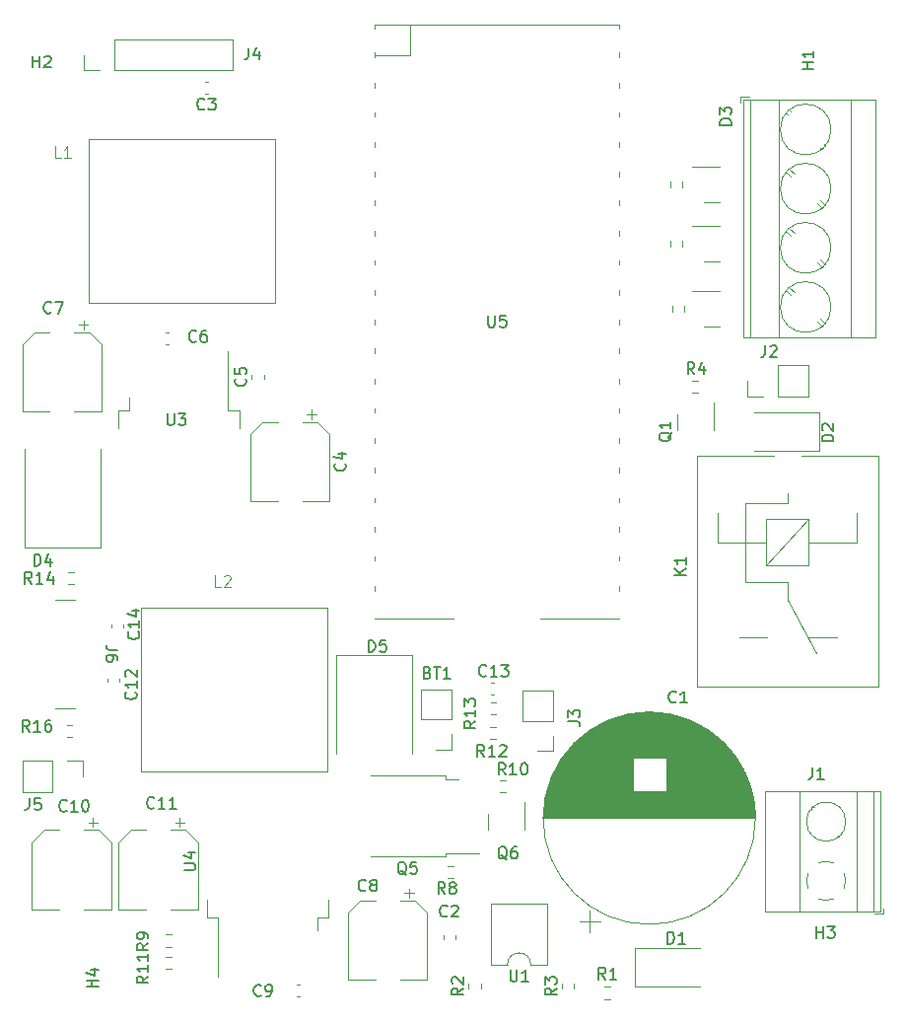
<source format=gbr>
%TF.GenerationSoftware,KiCad,Pcbnew,7.0.10*%
%TF.CreationDate,2024-02-05T00:38:03+01:00*%
%TF.ProjectId,Powerlabstech_Stool,506f7765-726c-4616-9273-746563685f53,rev?*%
%TF.SameCoordinates,Original*%
%TF.FileFunction,Legend,Top*%
%TF.FilePolarity,Positive*%
%FSLAX46Y46*%
G04 Gerber Fmt 4.6, Leading zero omitted, Abs format (unit mm)*
G04 Created by KiCad (PCBNEW 7.0.10) date 2024-02-05 00:38:03*
%MOMM*%
%LPD*%
G01*
G04 APERTURE LIST*
%ADD10C,0.150000*%
%ADD11C,0.100000*%
%ADD12C,0.120000*%
G04 APERTURE END LIST*
D10*
X78351905Y-105524819D02*
X78351905Y-104524819D01*
X78351905Y-104524819D02*
X78590000Y-104524819D01*
X78590000Y-104524819D02*
X78732857Y-104572438D01*
X78732857Y-104572438D02*
X78828095Y-104667676D01*
X78828095Y-104667676D02*
X78875714Y-104762914D01*
X78875714Y-104762914D02*
X78923333Y-104953390D01*
X78923333Y-104953390D02*
X78923333Y-105096247D01*
X78923333Y-105096247D02*
X78875714Y-105286723D01*
X78875714Y-105286723D02*
X78828095Y-105381961D01*
X78828095Y-105381961D02*
X78732857Y-105477200D01*
X78732857Y-105477200D02*
X78590000Y-105524819D01*
X78590000Y-105524819D02*
X78351905Y-105524819D01*
X79780476Y-104858152D02*
X79780476Y-105524819D01*
X79542381Y-104477200D02*
X79304286Y-105191485D01*
X79304286Y-105191485D02*
X79923333Y-105191485D01*
X138254819Y-67688094D02*
X137254819Y-67688094D01*
X137254819Y-67688094D02*
X137254819Y-67449999D01*
X137254819Y-67449999D02*
X137302438Y-67307142D01*
X137302438Y-67307142D02*
X137397676Y-67211904D01*
X137397676Y-67211904D02*
X137492914Y-67164285D01*
X137492914Y-67164285D02*
X137683390Y-67116666D01*
X137683390Y-67116666D02*
X137826247Y-67116666D01*
X137826247Y-67116666D02*
X138016723Y-67164285D01*
X138016723Y-67164285D02*
X138111961Y-67211904D01*
X138111961Y-67211904D02*
X138207200Y-67307142D01*
X138207200Y-67307142D02*
X138254819Y-67449999D01*
X138254819Y-67449999D02*
X138254819Y-67688094D01*
X137254819Y-66783332D02*
X137254819Y-66164285D01*
X137254819Y-66164285D02*
X137635771Y-66497618D01*
X137635771Y-66497618D02*
X137635771Y-66354761D01*
X137635771Y-66354761D02*
X137683390Y-66259523D01*
X137683390Y-66259523D02*
X137731009Y-66211904D01*
X137731009Y-66211904D02*
X137826247Y-66164285D01*
X137826247Y-66164285D02*
X138064342Y-66164285D01*
X138064342Y-66164285D02*
X138159580Y-66211904D01*
X138159580Y-66211904D02*
X138207200Y-66259523D01*
X138207200Y-66259523D02*
X138254819Y-66354761D01*
X138254819Y-66354761D02*
X138254819Y-66640475D01*
X138254819Y-66640475D02*
X138207200Y-66735713D01*
X138207200Y-66735713D02*
X138159580Y-66783332D01*
X145304819Y-62911904D02*
X144304819Y-62911904D01*
X144781009Y-62911904D02*
X144781009Y-62340476D01*
X145304819Y-62340476D02*
X144304819Y-62340476D01*
X145304819Y-61340476D02*
X145304819Y-61911904D01*
X145304819Y-61626190D02*
X144304819Y-61626190D01*
X144304819Y-61626190D02*
X144447676Y-61721428D01*
X144447676Y-61721428D02*
X144542914Y-61816666D01*
X144542914Y-61816666D02*
X144590533Y-61911904D01*
X77956666Y-125464819D02*
X77956666Y-126179104D01*
X77956666Y-126179104D02*
X77909047Y-126321961D01*
X77909047Y-126321961D02*
X77813809Y-126417200D01*
X77813809Y-126417200D02*
X77670952Y-126464819D01*
X77670952Y-126464819D02*
X77575714Y-126464819D01*
X78909047Y-125464819D02*
X78432857Y-125464819D01*
X78432857Y-125464819D02*
X78385238Y-125941009D01*
X78385238Y-125941009D02*
X78432857Y-125893390D01*
X78432857Y-125893390D02*
X78528095Y-125845771D01*
X78528095Y-125845771D02*
X78766190Y-125845771D01*
X78766190Y-125845771D02*
X78861428Y-125893390D01*
X78861428Y-125893390D02*
X78909047Y-125941009D01*
X78909047Y-125941009D02*
X78956666Y-126036247D01*
X78956666Y-126036247D02*
X78956666Y-126274342D01*
X78956666Y-126274342D02*
X78909047Y-126369580D01*
X78909047Y-126369580D02*
X78861428Y-126417200D01*
X78861428Y-126417200D02*
X78766190Y-126464819D01*
X78766190Y-126464819D02*
X78528095Y-126464819D01*
X78528095Y-126464819D02*
X78432857Y-126417200D01*
X78432857Y-126417200D02*
X78385238Y-126369580D01*
X133138057Y-94075238D02*
X133090438Y-94170476D01*
X133090438Y-94170476D02*
X132995200Y-94265714D01*
X132995200Y-94265714D02*
X132852342Y-94408571D01*
X132852342Y-94408571D02*
X132804723Y-94503809D01*
X132804723Y-94503809D02*
X132804723Y-94599047D01*
X133042819Y-94551428D02*
X132995200Y-94646666D01*
X132995200Y-94646666D02*
X132899961Y-94741904D01*
X132899961Y-94741904D02*
X132709485Y-94789523D01*
X132709485Y-94789523D02*
X132376152Y-94789523D01*
X132376152Y-94789523D02*
X132185676Y-94741904D01*
X132185676Y-94741904D02*
X132090438Y-94646666D01*
X132090438Y-94646666D02*
X132042819Y-94551428D01*
X132042819Y-94551428D02*
X132042819Y-94360952D01*
X132042819Y-94360952D02*
X132090438Y-94265714D01*
X132090438Y-94265714D02*
X132185676Y-94170476D01*
X132185676Y-94170476D02*
X132376152Y-94122857D01*
X132376152Y-94122857D02*
X132709485Y-94122857D01*
X132709485Y-94122857D02*
X132899961Y-94170476D01*
X132899961Y-94170476D02*
X132995200Y-94265714D01*
X132995200Y-94265714D02*
X133042819Y-94360952D01*
X133042819Y-94360952D02*
X133042819Y-94551428D01*
X133042819Y-93170476D02*
X133042819Y-93741904D01*
X133042819Y-93456190D02*
X132042819Y-93456190D01*
X132042819Y-93456190D02*
X132185676Y-93551428D01*
X132185676Y-93551428D02*
X132280914Y-93646666D01*
X132280914Y-93646666D02*
X132328533Y-93741904D01*
X81147142Y-126529580D02*
X81099523Y-126577200D01*
X81099523Y-126577200D02*
X80956666Y-126624819D01*
X80956666Y-126624819D02*
X80861428Y-126624819D01*
X80861428Y-126624819D02*
X80718571Y-126577200D01*
X80718571Y-126577200D02*
X80623333Y-126481961D01*
X80623333Y-126481961D02*
X80575714Y-126386723D01*
X80575714Y-126386723D02*
X80528095Y-126196247D01*
X80528095Y-126196247D02*
X80528095Y-126053390D01*
X80528095Y-126053390D02*
X80575714Y-125862914D01*
X80575714Y-125862914D02*
X80623333Y-125767676D01*
X80623333Y-125767676D02*
X80718571Y-125672438D01*
X80718571Y-125672438D02*
X80861428Y-125624819D01*
X80861428Y-125624819D02*
X80956666Y-125624819D01*
X80956666Y-125624819D02*
X81099523Y-125672438D01*
X81099523Y-125672438D02*
X81147142Y-125720057D01*
X82099523Y-126624819D02*
X81528095Y-126624819D01*
X81813809Y-126624819D02*
X81813809Y-125624819D01*
X81813809Y-125624819D02*
X81718571Y-125767676D01*
X81718571Y-125767676D02*
X81623333Y-125862914D01*
X81623333Y-125862914D02*
X81528095Y-125910533D01*
X82718571Y-125624819D02*
X82813809Y-125624819D01*
X82813809Y-125624819D02*
X82909047Y-125672438D01*
X82909047Y-125672438D02*
X82956666Y-125720057D01*
X82956666Y-125720057D02*
X83004285Y-125815295D01*
X83004285Y-125815295D02*
X83051904Y-126005771D01*
X83051904Y-126005771D02*
X83051904Y-126243866D01*
X83051904Y-126243866D02*
X83004285Y-126434342D01*
X83004285Y-126434342D02*
X82956666Y-126529580D01*
X82956666Y-126529580D02*
X82909047Y-126577200D01*
X82909047Y-126577200D02*
X82813809Y-126624819D01*
X82813809Y-126624819D02*
X82718571Y-126624819D01*
X82718571Y-126624819D02*
X82623333Y-126577200D01*
X82623333Y-126577200D02*
X82575714Y-126529580D01*
X82575714Y-126529580D02*
X82528095Y-126434342D01*
X82528095Y-126434342D02*
X82480476Y-126243866D01*
X82480476Y-126243866D02*
X82480476Y-126005771D01*
X82480476Y-126005771D02*
X82528095Y-125815295D01*
X82528095Y-125815295D02*
X82575714Y-125720057D01*
X82575714Y-125720057D02*
X82623333Y-125672438D01*
X82623333Y-125672438D02*
X82718571Y-125624819D01*
D11*
X94383333Y-107327419D02*
X93907143Y-107327419D01*
X93907143Y-107327419D02*
X93907143Y-106327419D01*
X94669048Y-106422657D02*
X94716667Y-106375038D01*
X94716667Y-106375038D02*
X94811905Y-106327419D01*
X94811905Y-106327419D02*
X95050000Y-106327419D01*
X95050000Y-106327419D02*
X95145238Y-106375038D01*
X95145238Y-106375038D02*
X95192857Y-106422657D01*
X95192857Y-106422657D02*
X95240476Y-106517895D01*
X95240476Y-106517895D02*
X95240476Y-106613133D01*
X95240476Y-106613133D02*
X95192857Y-106755990D01*
X95192857Y-106755990D02*
X94621429Y-107327419D01*
X94621429Y-107327419D02*
X95240476Y-107327419D01*
D10*
X145196666Y-122844819D02*
X145196666Y-123559104D01*
X145196666Y-123559104D02*
X145149047Y-123701961D01*
X145149047Y-123701961D02*
X145053809Y-123797200D01*
X145053809Y-123797200D02*
X144910952Y-123844819D01*
X144910952Y-123844819D02*
X144815714Y-123844819D01*
X146196666Y-123844819D02*
X145625238Y-123844819D01*
X145910952Y-123844819D02*
X145910952Y-122844819D01*
X145910952Y-122844819D02*
X145815714Y-122987676D01*
X145815714Y-122987676D02*
X145720476Y-123082914D01*
X145720476Y-123082914D02*
X145625238Y-123130533D01*
X115224819Y-141766666D02*
X114748628Y-142099999D01*
X115224819Y-142338094D02*
X114224819Y-142338094D01*
X114224819Y-142338094D02*
X114224819Y-141957142D01*
X114224819Y-141957142D02*
X114272438Y-141861904D01*
X114272438Y-141861904D02*
X114320057Y-141814285D01*
X114320057Y-141814285D02*
X114415295Y-141766666D01*
X114415295Y-141766666D02*
X114558152Y-141766666D01*
X114558152Y-141766666D02*
X114653390Y-141814285D01*
X114653390Y-141814285D02*
X114701009Y-141861904D01*
X114701009Y-141861904D02*
X114748628Y-141957142D01*
X114748628Y-141957142D02*
X114748628Y-142338094D01*
X114320057Y-141385713D02*
X114272438Y-141338094D01*
X114272438Y-141338094D02*
X114224819Y-141242856D01*
X114224819Y-141242856D02*
X114224819Y-141004761D01*
X114224819Y-141004761D02*
X114272438Y-140909523D01*
X114272438Y-140909523D02*
X114320057Y-140861904D01*
X114320057Y-140861904D02*
X114415295Y-140814285D01*
X114415295Y-140814285D02*
X114510533Y-140814285D01*
X114510533Y-140814285D02*
X114653390Y-140861904D01*
X114653390Y-140861904D02*
X115224819Y-141433332D01*
X115224819Y-141433332D02*
X115224819Y-140814285D01*
D11*
X80653333Y-70517419D02*
X80177143Y-70517419D01*
X80177143Y-70517419D02*
X80177143Y-69517419D01*
X81510476Y-70517419D02*
X80939048Y-70517419D01*
X81224762Y-70517419D02*
X81224762Y-69517419D01*
X81224762Y-69517419D02*
X81129524Y-69660276D01*
X81129524Y-69660276D02*
X81034286Y-69755514D01*
X81034286Y-69755514D02*
X80939048Y-69803133D01*
D10*
X78157142Y-107054819D02*
X77823809Y-106578628D01*
X77585714Y-107054819D02*
X77585714Y-106054819D01*
X77585714Y-106054819D02*
X77966666Y-106054819D01*
X77966666Y-106054819D02*
X78061904Y-106102438D01*
X78061904Y-106102438D02*
X78109523Y-106150057D01*
X78109523Y-106150057D02*
X78157142Y-106245295D01*
X78157142Y-106245295D02*
X78157142Y-106388152D01*
X78157142Y-106388152D02*
X78109523Y-106483390D01*
X78109523Y-106483390D02*
X78061904Y-106531009D01*
X78061904Y-106531009D02*
X77966666Y-106578628D01*
X77966666Y-106578628D02*
X77585714Y-106578628D01*
X79109523Y-107054819D02*
X78538095Y-107054819D01*
X78823809Y-107054819D02*
X78823809Y-106054819D01*
X78823809Y-106054819D02*
X78728571Y-106197676D01*
X78728571Y-106197676D02*
X78633333Y-106292914D01*
X78633333Y-106292914D02*
X78538095Y-106340533D01*
X79966666Y-106388152D02*
X79966666Y-107054819D01*
X79728571Y-106007200D02*
X79490476Y-106721485D01*
X79490476Y-106721485D02*
X80109523Y-106721485D01*
X97847333Y-142364580D02*
X97799714Y-142412200D01*
X97799714Y-142412200D02*
X97656857Y-142459819D01*
X97656857Y-142459819D02*
X97561619Y-142459819D01*
X97561619Y-142459819D02*
X97418762Y-142412200D01*
X97418762Y-142412200D02*
X97323524Y-142316961D01*
X97323524Y-142316961D02*
X97275905Y-142221723D01*
X97275905Y-142221723D02*
X97228286Y-142031247D01*
X97228286Y-142031247D02*
X97228286Y-141888390D01*
X97228286Y-141888390D02*
X97275905Y-141697914D01*
X97275905Y-141697914D02*
X97323524Y-141602676D01*
X97323524Y-141602676D02*
X97418762Y-141507438D01*
X97418762Y-141507438D02*
X97561619Y-141459819D01*
X97561619Y-141459819D02*
X97656857Y-141459819D01*
X97656857Y-141459819D02*
X97799714Y-141507438D01*
X97799714Y-141507438D02*
X97847333Y-141555057D01*
X98323524Y-142459819D02*
X98514000Y-142459819D01*
X98514000Y-142459819D02*
X98609238Y-142412200D01*
X98609238Y-142412200D02*
X98656857Y-142364580D01*
X98656857Y-142364580D02*
X98752095Y-142221723D01*
X98752095Y-142221723D02*
X98799714Y-142031247D01*
X98799714Y-142031247D02*
X98799714Y-141650295D01*
X98799714Y-141650295D02*
X98752095Y-141555057D01*
X98752095Y-141555057D02*
X98704476Y-141507438D01*
X98704476Y-141507438D02*
X98609238Y-141459819D01*
X98609238Y-141459819D02*
X98418762Y-141459819D01*
X98418762Y-141459819D02*
X98323524Y-141507438D01*
X98323524Y-141507438D02*
X98275905Y-141555057D01*
X98275905Y-141555057D02*
X98228286Y-141650295D01*
X98228286Y-141650295D02*
X98228286Y-141888390D01*
X98228286Y-141888390D02*
X98275905Y-141983628D01*
X98275905Y-141983628D02*
X98323524Y-142031247D01*
X98323524Y-142031247D02*
X98418762Y-142078866D01*
X98418762Y-142078866D02*
X98609238Y-142078866D01*
X98609238Y-142078866D02*
X98704476Y-142031247D01*
X98704476Y-142031247D02*
X98752095Y-141983628D01*
X98752095Y-141983628D02*
X98799714Y-141888390D01*
X145542095Y-137462819D02*
X145542095Y-136462819D01*
X145542095Y-136939009D02*
X146113523Y-136939009D01*
X146113523Y-137462819D02*
X146113523Y-136462819D01*
X146494476Y-136462819D02*
X147113523Y-136462819D01*
X147113523Y-136462819D02*
X146780190Y-136843771D01*
X146780190Y-136843771D02*
X146923047Y-136843771D01*
X146923047Y-136843771D02*
X147018285Y-136891390D01*
X147018285Y-136891390D02*
X147065904Y-136939009D01*
X147065904Y-136939009D02*
X147113523Y-137034247D01*
X147113523Y-137034247D02*
X147113523Y-137272342D01*
X147113523Y-137272342D02*
X147065904Y-137367580D01*
X147065904Y-137367580D02*
X147018285Y-137415200D01*
X147018285Y-137415200D02*
X146923047Y-137462819D01*
X146923047Y-137462819D02*
X146637333Y-137462819D01*
X146637333Y-137462819D02*
X146542095Y-137415200D01*
X146542095Y-137415200D02*
X146494476Y-137367580D01*
X117007142Y-121894819D02*
X116673809Y-121418628D01*
X116435714Y-121894819D02*
X116435714Y-120894819D01*
X116435714Y-120894819D02*
X116816666Y-120894819D01*
X116816666Y-120894819D02*
X116911904Y-120942438D01*
X116911904Y-120942438D02*
X116959523Y-120990057D01*
X116959523Y-120990057D02*
X117007142Y-121085295D01*
X117007142Y-121085295D02*
X117007142Y-121228152D01*
X117007142Y-121228152D02*
X116959523Y-121323390D01*
X116959523Y-121323390D02*
X116911904Y-121371009D01*
X116911904Y-121371009D02*
X116816666Y-121418628D01*
X116816666Y-121418628D02*
X116435714Y-121418628D01*
X117959523Y-121894819D02*
X117388095Y-121894819D01*
X117673809Y-121894819D02*
X117673809Y-120894819D01*
X117673809Y-120894819D02*
X117578571Y-121037676D01*
X117578571Y-121037676D02*
X117483333Y-121132914D01*
X117483333Y-121132914D02*
X117388095Y-121180533D01*
X118340476Y-120990057D02*
X118388095Y-120942438D01*
X118388095Y-120942438D02*
X118483333Y-120894819D01*
X118483333Y-120894819D02*
X118721428Y-120894819D01*
X118721428Y-120894819D02*
X118816666Y-120942438D01*
X118816666Y-120942438D02*
X118864285Y-120990057D01*
X118864285Y-120990057D02*
X118911904Y-121085295D01*
X118911904Y-121085295D02*
X118911904Y-121180533D01*
X118911904Y-121180533D02*
X118864285Y-121323390D01*
X118864285Y-121323390D02*
X118292857Y-121894819D01*
X118292857Y-121894819D02*
X118911904Y-121894819D01*
X123224819Y-141766666D02*
X122748628Y-142099999D01*
X123224819Y-142338094D02*
X122224819Y-142338094D01*
X122224819Y-142338094D02*
X122224819Y-141957142D01*
X122224819Y-141957142D02*
X122272438Y-141861904D01*
X122272438Y-141861904D02*
X122320057Y-141814285D01*
X122320057Y-141814285D02*
X122415295Y-141766666D01*
X122415295Y-141766666D02*
X122558152Y-141766666D01*
X122558152Y-141766666D02*
X122653390Y-141814285D01*
X122653390Y-141814285D02*
X122701009Y-141861904D01*
X122701009Y-141861904D02*
X122748628Y-141957142D01*
X122748628Y-141957142D02*
X122748628Y-142338094D01*
X122224819Y-141433332D02*
X122224819Y-140814285D01*
X122224819Y-140814285D02*
X122605771Y-141147618D01*
X122605771Y-141147618D02*
X122605771Y-141004761D01*
X122605771Y-141004761D02*
X122653390Y-140909523D01*
X122653390Y-140909523D02*
X122701009Y-140861904D01*
X122701009Y-140861904D02*
X122796247Y-140814285D01*
X122796247Y-140814285D02*
X123034342Y-140814285D01*
X123034342Y-140814285D02*
X123129580Y-140861904D01*
X123129580Y-140861904D02*
X123177200Y-140909523D01*
X123177200Y-140909523D02*
X123224819Y-141004761D01*
X123224819Y-141004761D02*
X123224819Y-141290475D01*
X123224819Y-141290475D02*
X123177200Y-141385713D01*
X123177200Y-141385713D02*
X123129580Y-141433332D01*
X132761905Y-137954819D02*
X132761905Y-136954819D01*
X132761905Y-136954819D02*
X133000000Y-136954819D01*
X133000000Y-136954819D02*
X133142857Y-137002438D01*
X133142857Y-137002438D02*
X133238095Y-137097676D01*
X133238095Y-137097676D02*
X133285714Y-137192914D01*
X133285714Y-137192914D02*
X133333333Y-137383390D01*
X133333333Y-137383390D02*
X133333333Y-137526247D01*
X133333333Y-137526247D02*
X133285714Y-137716723D01*
X133285714Y-137716723D02*
X133238095Y-137811961D01*
X133238095Y-137811961D02*
X133142857Y-137907200D01*
X133142857Y-137907200D02*
X133000000Y-137954819D01*
X133000000Y-137954819D02*
X132761905Y-137954819D01*
X134285714Y-137954819D02*
X133714286Y-137954819D01*
X134000000Y-137954819D02*
X134000000Y-136954819D01*
X134000000Y-136954819D02*
X133904762Y-137097676D01*
X133904762Y-137097676D02*
X133809524Y-137192914D01*
X133809524Y-137192914D02*
X133714286Y-137240533D01*
X135063333Y-89074819D02*
X134730000Y-88598628D01*
X134491905Y-89074819D02*
X134491905Y-88074819D01*
X134491905Y-88074819D02*
X134872857Y-88074819D01*
X134872857Y-88074819D02*
X134968095Y-88122438D01*
X134968095Y-88122438D02*
X135015714Y-88170057D01*
X135015714Y-88170057D02*
X135063333Y-88265295D01*
X135063333Y-88265295D02*
X135063333Y-88408152D01*
X135063333Y-88408152D02*
X135015714Y-88503390D01*
X135015714Y-88503390D02*
X134968095Y-88551009D01*
X134968095Y-88551009D02*
X134872857Y-88598628D01*
X134872857Y-88598628D02*
X134491905Y-88598628D01*
X135920476Y-88408152D02*
X135920476Y-89074819D01*
X135682381Y-88027200D02*
X135444286Y-88741485D01*
X135444286Y-88741485D02*
X136063333Y-88741485D01*
X117348095Y-84036819D02*
X117348095Y-84846342D01*
X117348095Y-84846342D02*
X117395714Y-84941580D01*
X117395714Y-84941580D02*
X117443333Y-84989200D01*
X117443333Y-84989200D02*
X117538571Y-85036819D01*
X117538571Y-85036819D02*
X117729047Y-85036819D01*
X117729047Y-85036819D02*
X117824285Y-84989200D01*
X117824285Y-84989200D02*
X117871904Y-84941580D01*
X117871904Y-84941580D02*
X117919523Y-84846342D01*
X117919523Y-84846342D02*
X117919523Y-84036819D01*
X118871904Y-84036819D02*
X118395714Y-84036819D01*
X118395714Y-84036819D02*
X118348095Y-84513009D01*
X118348095Y-84513009D02*
X118395714Y-84465390D01*
X118395714Y-84465390D02*
X118490952Y-84417771D01*
X118490952Y-84417771D02*
X118729047Y-84417771D01*
X118729047Y-84417771D02*
X118824285Y-84465390D01*
X118824285Y-84465390D02*
X118871904Y-84513009D01*
X118871904Y-84513009D02*
X118919523Y-84608247D01*
X118919523Y-84608247D02*
X118919523Y-84846342D01*
X118919523Y-84846342D02*
X118871904Y-84941580D01*
X118871904Y-84941580D02*
X118824285Y-84989200D01*
X118824285Y-84989200D02*
X118729047Y-85036819D01*
X118729047Y-85036819D02*
X118490952Y-85036819D01*
X118490952Y-85036819D02*
X118395714Y-84989200D01*
X118395714Y-84989200D02*
X118348095Y-84941580D01*
X89808095Y-92444819D02*
X89808095Y-93254342D01*
X89808095Y-93254342D02*
X89855714Y-93349580D01*
X89855714Y-93349580D02*
X89903333Y-93397200D01*
X89903333Y-93397200D02*
X89998571Y-93444819D01*
X89998571Y-93444819D02*
X90189047Y-93444819D01*
X90189047Y-93444819D02*
X90284285Y-93397200D01*
X90284285Y-93397200D02*
X90331904Y-93349580D01*
X90331904Y-93349580D02*
X90379523Y-93254342D01*
X90379523Y-93254342D02*
X90379523Y-92444819D01*
X90760476Y-92444819D02*
X91379523Y-92444819D01*
X91379523Y-92444819D02*
X91046190Y-92825771D01*
X91046190Y-92825771D02*
X91189047Y-92825771D01*
X91189047Y-92825771D02*
X91284285Y-92873390D01*
X91284285Y-92873390D02*
X91331904Y-92921009D01*
X91331904Y-92921009D02*
X91379523Y-93016247D01*
X91379523Y-93016247D02*
X91379523Y-93254342D01*
X91379523Y-93254342D02*
X91331904Y-93349580D01*
X91331904Y-93349580D02*
X91284285Y-93397200D01*
X91284285Y-93397200D02*
X91189047Y-93444819D01*
X91189047Y-93444819D02*
X90903333Y-93444819D01*
X90903333Y-93444819D02*
X90808095Y-93397200D01*
X90808095Y-93397200D02*
X90760476Y-93349580D01*
X124234819Y-118893333D02*
X124949104Y-118893333D01*
X124949104Y-118893333D02*
X125091961Y-118940952D01*
X125091961Y-118940952D02*
X125187200Y-119036190D01*
X125187200Y-119036190D02*
X125234819Y-119179047D01*
X125234819Y-119179047D02*
X125234819Y-119274285D01*
X124234819Y-118512380D02*
X124234819Y-117893333D01*
X124234819Y-117893333D02*
X124615771Y-118226666D01*
X124615771Y-118226666D02*
X124615771Y-118083809D01*
X124615771Y-118083809D02*
X124663390Y-117988571D01*
X124663390Y-117988571D02*
X124711009Y-117940952D01*
X124711009Y-117940952D02*
X124806247Y-117893333D01*
X124806247Y-117893333D02*
X125044342Y-117893333D01*
X125044342Y-117893333D02*
X125139580Y-117940952D01*
X125139580Y-117940952D02*
X125187200Y-117988571D01*
X125187200Y-117988571D02*
X125234819Y-118083809D01*
X125234819Y-118083809D02*
X125234819Y-118369523D01*
X125234819Y-118369523D02*
X125187200Y-118464761D01*
X125187200Y-118464761D02*
X125139580Y-118512380D01*
X88154819Y-140752857D02*
X87678628Y-141086190D01*
X88154819Y-141324285D02*
X87154819Y-141324285D01*
X87154819Y-141324285D02*
X87154819Y-140943333D01*
X87154819Y-140943333D02*
X87202438Y-140848095D01*
X87202438Y-140848095D02*
X87250057Y-140800476D01*
X87250057Y-140800476D02*
X87345295Y-140752857D01*
X87345295Y-140752857D02*
X87488152Y-140752857D01*
X87488152Y-140752857D02*
X87583390Y-140800476D01*
X87583390Y-140800476D02*
X87631009Y-140848095D01*
X87631009Y-140848095D02*
X87678628Y-140943333D01*
X87678628Y-140943333D02*
X87678628Y-141324285D01*
X88154819Y-139800476D02*
X88154819Y-140371904D01*
X88154819Y-140086190D02*
X87154819Y-140086190D01*
X87154819Y-140086190D02*
X87297676Y-140181428D01*
X87297676Y-140181428D02*
X87392914Y-140276666D01*
X87392914Y-140276666D02*
X87440533Y-140371904D01*
X88154819Y-138848095D02*
X88154819Y-139419523D01*
X88154819Y-139133809D02*
X87154819Y-139133809D01*
X87154819Y-139133809D02*
X87297676Y-139229047D01*
X87297676Y-139229047D02*
X87392914Y-139324285D01*
X87392914Y-139324285D02*
X87440533Y-139419523D01*
X83864819Y-141661904D02*
X82864819Y-141661904D01*
X83341009Y-141661904D02*
X83341009Y-141090476D01*
X83864819Y-141090476D02*
X82864819Y-141090476D01*
X83198152Y-140185714D02*
X83864819Y-140185714D01*
X82817200Y-140423809D02*
X83531485Y-140661904D01*
X83531485Y-140661904D02*
X83531485Y-140042857D01*
X77957142Y-119754819D02*
X77623809Y-119278628D01*
X77385714Y-119754819D02*
X77385714Y-118754819D01*
X77385714Y-118754819D02*
X77766666Y-118754819D01*
X77766666Y-118754819D02*
X77861904Y-118802438D01*
X77861904Y-118802438D02*
X77909523Y-118850057D01*
X77909523Y-118850057D02*
X77957142Y-118945295D01*
X77957142Y-118945295D02*
X77957142Y-119088152D01*
X77957142Y-119088152D02*
X77909523Y-119183390D01*
X77909523Y-119183390D02*
X77861904Y-119231009D01*
X77861904Y-119231009D02*
X77766666Y-119278628D01*
X77766666Y-119278628D02*
X77385714Y-119278628D01*
X78909523Y-119754819D02*
X78338095Y-119754819D01*
X78623809Y-119754819D02*
X78623809Y-118754819D01*
X78623809Y-118754819D02*
X78528571Y-118897676D01*
X78528571Y-118897676D02*
X78433333Y-118992914D01*
X78433333Y-118992914D02*
X78338095Y-119040533D01*
X79766666Y-118754819D02*
X79576190Y-118754819D01*
X79576190Y-118754819D02*
X79480952Y-118802438D01*
X79480952Y-118802438D02*
X79433333Y-118850057D01*
X79433333Y-118850057D02*
X79338095Y-118992914D01*
X79338095Y-118992914D02*
X79290476Y-119183390D01*
X79290476Y-119183390D02*
X79290476Y-119564342D01*
X79290476Y-119564342D02*
X79338095Y-119659580D01*
X79338095Y-119659580D02*
X79385714Y-119707200D01*
X79385714Y-119707200D02*
X79480952Y-119754819D01*
X79480952Y-119754819D02*
X79671428Y-119754819D01*
X79671428Y-119754819D02*
X79766666Y-119707200D01*
X79766666Y-119707200D02*
X79814285Y-119659580D01*
X79814285Y-119659580D02*
X79861904Y-119564342D01*
X79861904Y-119564342D02*
X79861904Y-119326247D01*
X79861904Y-119326247D02*
X79814285Y-119231009D01*
X79814285Y-119231009D02*
X79766666Y-119183390D01*
X79766666Y-119183390D02*
X79671428Y-119135771D01*
X79671428Y-119135771D02*
X79480952Y-119135771D01*
X79480952Y-119135771D02*
X79385714Y-119183390D01*
X79385714Y-119183390D02*
X79338095Y-119231009D01*
X79338095Y-119231009D02*
X79290476Y-119326247D01*
X85545180Y-112741666D02*
X84830895Y-112741666D01*
X84830895Y-112741666D02*
X84688038Y-112694047D01*
X84688038Y-112694047D02*
X84592800Y-112598809D01*
X84592800Y-112598809D02*
X84545180Y-112455952D01*
X84545180Y-112455952D02*
X84545180Y-112360714D01*
X85545180Y-113646428D02*
X85545180Y-113455952D01*
X85545180Y-113455952D02*
X85497561Y-113360714D01*
X85497561Y-113360714D02*
X85449942Y-113313095D01*
X85449942Y-113313095D02*
X85307085Y-113217857D01*
X85307085Y-113217857D02*
X85116609Y-113170238D01*
X85116609Y-113170238D02*
X84735657Y-113170238D01*
X84735657Y-113170238D02*
X84640419Y-113217857D01*
X84640419Y-113217857D02*
X84592800Y-113265476D01*
X84592800Y-113265476D02*
X84545180Y-113360714D01*
X84545180Y-113360714D02*
X84545180Y-113551190D01*
X84545180Y-113551190D02*
X84592800Y-113646428D01*
X84592800Y-113646428D02*
X84640419Y-113694047D01*
X84640419Y-113694047D02*
X84735657Y-113741666D01*
X84735657Y-113741666D02*
X84973752Y-113741666D01*
X84973752Y-113741666D02*
X85068990Y-113694047D01*
X85068990Y-113694047D02*
X85116609Y-113646428D01*
X85116609Y-113646428D02*
X85164228Y-113551190D01*
X85164228Y-113551190D02*
X85164228Y-113360714D01*
X85164228Y-113360714D02*
X85116609Y-113265476D01*
X85116609Y-113265476D02*
X85068990Y-113217857D01*
X85068990Y-113217857D02*
X84973752Y-113170238D01*
X79813333Y-83759580D02*
X79765714Y-83807200D01*
X79765714Y-83807200D02*
X79622857Y-83854819D01*
X79622857Y-83854819D02*
X79527619Y-83854819D01*
X79527619Y-83854819D02*
X79384762Y-83807200D01*
X79384762Y-83807200D02*
X79289524Y-83711961D01*
X79289524Y-83711961D02*
X79241905Y-83616723D01*
X79241905Y-83616723D02*
X79194286Y-83426247D01*
X79194286Y-83426247D02*
X79194286Y-83283390D01*
X79194286Y-83283390D02*
X79241905Y-83092914D01*
X79241905Y-83092914D02*
X79289524Y-82997676D01*
X79289524Y-82997676D02*
X79384762Y-82902438D01*
X79384762Y-82902438D02*
X79527619Y-82854819D01*
X79527619Y-82854819D02*
X79622857Y-82854819D01*
X79622857Y-82854819D02*
X79765714Y-82902438D01*
X79765714Y-82902438D02*
X79813333Y-82950057D01*
X80146667Y-82854819D02*
X80813333Y-82854819D01*
X80813333Y-82854819D02*
X80384762Y-83854819D01*
X110316761Y-132050057D02*
X110221523Y-132002438D01*
X110221523Y-132002438D02*
X110126285Y-131907200D01*
X110126285Y-131907200D02*
X109983428Y-131764342D01*
X109983428Y-131764342D02*
X109888190Y-131716723D01*
X109888190Y-131716723D02*
X109792952Y-131716723D01*
X109840571Y-131954819D02*
X109745333Y-131907200D01*
X109745333Y-131907200D02*
X109650095Y-131811961D01*
X109650095Y-131811961D02*
X109602476Y-131621485D01*
X109602476Y-131621485D02*
X109602476Y-131288152D01*
X109602476Y-131288152D02*
X109650095Y-131097676D01*
X109650095Y-131097676D02*
X109745333Y-131002438D01*
X109745333Y-131002438D02*
X109840571Y-130954819D01*
X109840571Y-130954819D02*
X110031047Y-130954819D01*
X110031047Y-130954819D02*
X110126285Y-131002438D01*
X110126285Y-131002438D02*
X110221523Y-131097676D01*
X110221523Y-131097676D02*
X110269142Y-131288152D01*
X110269142Y-131288152D02*
X110269142Y-131621485D01*
X110269142Y-131621485D02*
X110221523Y-131811961D01*
X110221523Y-131811961D02*
X110126285Y-131907200D01*
X110126285Y-131907200D02*
X110031047Y-131954819D01*
X110031047Y-131954819D02*
X109840571Y-131954819D01*
X111173904Y-130954819D02*
X110697714Y-130954819D01*
X110697714Y-130954819D02*
X110650095Y-131431009D01*
X110650095Y-131431009D02*
X110697714Y-131383390D01*
X110697714Y-131383390D02*
X110792952Y-131335771D01*
X110792952Y-131335771D02*
X111031047Y-131335771D01*
X111031047Y-131335771D02*
X111126285Y-131383390D01*
X111126285Y-131383390D02*
X111173904Y-131431009D01*
X111173904Y-131431009D02*
X111221523Y-131526247D01*
X111221523Y-131526247D02*
X111221523Y-131764342D01*
X111221523Y-131764342D02*
X111173904Y-131859580D01*
X111173904Y-131859580D02*
X111126285Y-131907200D01*
X111126285Y-131907200D02*
X111031047Y-131954819D01*
X111031047Y-131954819D02*
X110792952Y-131954819D01*
X110792952Y-131954819D02*
X110697714Y-131907200D01*
X110697714Y-131907200D02*
X110650095Y-131859580D01*
X96499580Y-89471666D02*
X96547200Y-89519285D01*
X96547200Y-89519285D02*
X96594819Y-89662142D01*
X96594819Y-89662142D02*
X96594819Y-89757380D01*
X96594819Y-89757380D02*
X96547200Y-89900237D01*
X96547200Y-89900237D02*
X96451961Y-89995475D01*
X96451961Y-89995475D02*
X96356723Y-90043094D01*
X96356723Y-90043094D02*
X96166247Y-90090713D01*
X96166247Y-90090713D02*
X96023390Y-90090713D01*
X96023390Y-90090713D02*
X95832914Y-90043094D01*
X95832914Y-90043094D02*
X95737676Y-89995475D01*
X95737676Y-89995475D02*
X95642438Y-89900237D01*
X95642438Y-89900237D02*
X95594819Y-89757380D01*
X95594819Y-89757380D02*
X95594819Y-89662142D01*
X95594819Y-89662142D02*
X95642438Y-89519285D01*
X95642438Y-89519285D02*
X95690057Y-89471666D01*
X95594819Y-88566904D02*
X95594819Y-89043094D01*
X95594819Y-89043094D02*
X96071009Y-89090713D01*
X96071009Y-89090713D02*
X96023390Y-89043094D01*
X96023390Y-89043094D02*
X95975771Y-88947856D01*
X95975771Y-88947856D02*
X95975771Y-88709761D01*
X95975771Y-88709761D02*
X96023390Y-88614523D01*
X96023390Y-88614523D02*
X96071009Y-88566904D01*
X96071009Y-88566904D02*
X96166247Y-88519285D01*
X96166247Y-88519285D02*
X96404342Y-88519285D01*
X96404342Y-88519285D02*
X96499580Y-88566904D01*
X96499580Y-88566904D02*
X96547200Y-88614523D01*
X96547200Y-88614523D02*
X96594819Y-88709761D01*
X96594819Y-88709761D02*
X96594819Y-88947856D01*
X96594819Y-88947856D02*
X96547200Y-89043094D01*
X96547200Y-89043094D02*
X96499580Y-89090713D01*
X113833333Y-135559580D02*
X113785714Y-135607200D01*
X113785714Y-135607200D02*
X113642857Y-135654819D01*
X113642857Y-135654819D02*
X113547619Y-135654819D01*
X113547619Y-135654819D02*
X113404762Y-135607200D01*
X113404762Y-135607200D02*
X113309524Y-135511961D01*
X113309524Y-135511961D02*
X113261905Y-135416723D01*
X113261905Y-135416723D02*
X113214286Y-135226247D01*
X113214286Y-135226247D02*
X113214286Y-135083390D01*
X113214286Y-135083390D02*
X113261905Y-134892914D01*
X113261905Y-134892914D02*
X113309524Y-134797676D01*
X113309524Y-134797676D02*
X113404762Y-134702438D01*
X113404762Y-134702438D02*
X113547619Y-134654819D01*
X113547619Y-134654819D02*
X113642857Y-134654819D01*
X113642857Y-134654819D02*
X113785714Y-134702438D01*
X113785714Y-134702438D02*
X113833333Y-134750057D01*
X114214286Y-134750057D02*
X114261905Y-134702438D01*
X114261905Y-134702438D02*
X114357143Y-134654819D01*
X114357143Y-134654819D02*
X114595238Y-134654819D01*
X114595238Y-134654819D02*
X114690476Y-134702438D01*
X114690476Y-134702438D02*
X114738095Y-134750057D01*
X114738095Y-134750057D02*
X114785714Y-134845295D01*
X114785714Y-134845295D02*
X114785714Y-134940533D01*
X114785714Y-134940533D02*
X114738095Y-135083390D01*
X114738095Y-135083390D02*
X114166667Y-135654819D01*
X114166667Y-135654819D02*
X114785714Y-135654819D01*
X118964761Y-130740057D02*
X118869523Y-130692438D01*
X118869523Y-130692438D02*
X118774285Y-130597200D01*
X118774285Y-130597200D02*
X118631428Y-130454342D01*
X118631428Y-130454342D02*
X118536190Y-130406723D01*
X118536190Y-130406723D02*
X118440952Y-130406723D01*
X118488571Y-130644819D02*
X118393333Y-130597200D01*
X118393333Y-130597200D02*
X118298095Y-130501961D01*
X118298095Y-130501961D02*
X118250476Y-130311485D01*
X118250476Y-130311485D02*
X118250476Y-129978152D01*
X118250476Y-129978152D02*
X118298095Y-129787676D01*
X118298095Y-129787676D02*
X118393333Y-129692438D01*
X118393333Y-129692438D02*
X118488571Y-129644819D01*
X118488571Y-129644819D02*
X118679047Y-129644819D01*
X118679047Y-129644819D02*
X118774285Y-129692438D01*
X118774285Y-129692438D02*
X118869523Y-129787676D01*
X118869523Y-129787676D02*
X118917142Y-129978152D01*
X118917142Y-129978152D02*
X118917142Y-130311485D01*
X118917142Y-130311485D02*
X118869523Y-130501961D01*
X118869523Y-130501961D02*
X118774285Y-130597200D01*
X118774285Y-130597200D02*
X118679047Y-130644819D01*
X118679047Y-130644819D02*
X118488571Y-130644819D01*
X119774285Y-129644819D02*
X119583809Y-129644819D01*
X119583809Y-129644819D02*
X119488571Y-129692438D01*
X119488571Y-129692438D02*
X119440952Y-129740057D01*
X119440952Y-129740057D02*
X119345714Y-129882914D01*
X119345714Y-129882914D02*
X119298095Y-130073390D01*
X119298095Y-130073390D02*
X119298095Y-130454342D01*
X119298095Y-130454342D02*
X119345714Y-130549580D01*
X119345714Y-130549580D02*
X119393333Y-130597200D01*
X119393333Y-130597200D02*
X119488571Y-130644819D01*
X119488571Y-130644819D02*
X119679047Y-130644819D01*
X119679047Y-130644819D02*
X119774285Y-130597200D01*
X119774285Y-130597200D02*
X119821904Y-130549580D01*
X119821904Y-130549580D02*
X119869523Y-130454342D01*
X119869523Y-130454342D02*
X119869523Y-130216247D01*
X119869523Y-130216247D02*
X119821904Y-130121009D01*
X119821904Y-130121009D02*
X119774285Y-130073390D01*
X119774285Y-130073390D02*
X119679047Y-130025771D01*
X119679047Y-130025771D02*
X119488571Y-130025771D01*
X119488571Y-130025771D02*
X119393333Y-130073390D01*
X119393333Y-130073390D02*
X119345714Y-130121009D01*
X119345714Y-130121009D02*
X119298095Y-130216247D01*
X107081905Y-112904819D02*
X107081905Y-111904819D01*
X107081905Y-111904819D02*
X107320000Y-111904819D01*
X107320000Y-111904819D02*
X107462857Y-111952438D01*
X107462857Y-111952438D02*
X107558095Y-112047676D01*
X107558095Y-112047676D02*
X107605714Y-112142914D01*
X107605714Y-112142914D02*
X107653333Y-112333390D01*
X107653333Y-112333390D02*
X107653333Y-112476247D01*
X107653333Y-112476247D02*
X107605714Y-112666723D01*
X107605714Y-112666723D02*
X107558095Y-112761961D01*
X107558095Y-112761961D02*
X107462857Y-112857200D01*
X107462857Y-112857200D02*
X107320000Y-112904819D01*
X107320000Y-112904819D02*
X107081905Y-112904819D01*
X108558095Y-111904819D02*
X108081905Y-111904819D01*
X108081905Y-111904819D02*
X108034286Y-112381009D01*
X108034286Y-112381009D02*
X108081905Y-112333390D01*
X108081905Y-112333390D02*
X108177143Y-112285771D01*
X108177143Y-112285771D02*
X108415238Y-112285771D01*
X108415238Y-112285771D02*
X108510476Y-112333390D01*
X108510476Y-112333390D02*
X108558095Y-112381009D01*
X108558095Y-112381009D02*
X108605714Y-112476247D01*
X108605714Y-112476247D02*
X108605714Y-112714342D01*
X108605714Y-112714342D02*
X108558095Y-112809580D01*
X108558095Y-112809580D02*
X108510476Y-112857200D01*
X108510476Y-112857200D02*
X108415238Y-112904819D01*
X108415238Y-112904819D02*
X108177143Y-112904819D01*
X108177143Y-112904819D02*
X108081905Y-112857200D01*
X108081905Y-112857200D02*
X108034286Y-112809580D01*
X96766666Y-61074819D02*
X96766666Y-61789104D01*
X96766666Y-61789104D02*
X96719047Y-61931961D01*
X96719047Y-61931961D02*
X96623809Y-62027200D01*
X96623809Y-62027200D02*
X96480952Y-62074819D01*
X96480952Y-62074819D02*
X96385714Y-62074819D01*
X97671428Y-61408152D02*
X97671428Y-62074819D01*
X97433333Y-61027200D02*
X97195238Y-61741485D01*
X97195238Y-61741485D02*
X97814285Y-61741485D01*
X119248095Y-140204819D02*
X119248095Y-141014342D01*
X119248095Y-141014342D02*
X119295714Y-141109580D01*
X119295714Y-141109580D02*
X119343333Y-141157200D01*
X119343333Y-141157200D02*
X119438571Y-141204819D01*
X119438571Y-141204819D02*
X119629047Y-141204819D01*
X119629047Y-141204819D02*
X119724285Y-141157200D01*
X119724285Y-141157200D02*
X119771904Y-141109580D01*
X119771904Y-141109580D02*
X119819523Y-141014342D01*
X119819523Y-141014342D02*
X119819523Y-140204819D01*
X120819523Y-141204819D02*
X120248095Y-141204819D01*
X120533809Y-141204819D02*
X120533809Y-140204819D01*
X120533809Y-140204819D02*
X120438571Y-140347676D01*
X120438571Y-140347676D02*
X120343333Y-140442914D01*
X120343333Y-140442914D02*
X120248095Y-140490533D01*
X106833333Y-133359580D02*
X106785714Y-133407200D01*
X106785714Y-133407200D02*
X106642857Y-133454819D01*
X106642857Y-133454819D02*
X106547619Y-133454819D01*
X106547619Y-133454819D02*
X106404762Y-133407200D01*
X106404762Y-133407200D02*
X106309524Y-133311961D01*
X106309524Y-133311961D02*
X106261905Y-133216723D01*
X106261905Y-133216723D02*
X106214286Y-133026247D01*
X106214286Y-133026247D02*
X106214286Y-132883390D01*
X106214286Y-132883390D02*
X106261905Y-132692914D01*
X106261905Y-132692914D02*
X106309524Y-132597676D01*
X106309524Y-132597676D02*
X106404762Y-132502438D01*
X106404762Y-132502438D02*
X106547619Y-132454819D01*
X106547619Y-132454819D02*
X106642857Y-132454819D01*
X106642857Y-132454819D02*
X106785714Y-132502438D01*
X106785714Y-132502438D02*
X106833333Y-132550057D01*
X107404762Y-132883390D02*
X107309524Y-132835771D01*
X107309524Y-132835771D02*
X107261905Y-132788152D01*
X107261905Y-132788152D02*
X107214286Y-132692914D01*
X107214286Y-132692914D02*
X107214286Y-132645295D01*
X107214286Y-132645295D02*
X107261905Y-132550057D01*
X107261905Y-132550057D02*
X107309524Y-132502438D01*
X107309524Y-132502438D02*
X107404762Y-132454819D01*
X107404762Y-132454819D02*
X107595238Y-132454819D01*
X107595238Y-132454819D02*
X107690476Y-132502438D01*
X107690476Y-132502438D02*
X107738095Y-132550057D01*
X107738095Y-132550057D02*
X107785714Y-132645295D01*
X107785714Y-132645295D02*
X107785714Y-132692914D01*
X107785714Y-132692914D02*
X107738095Y-132788152D01*
X107738095Y-132788152D02*
X107690476Y-132835771D01*
X107690476Y-132835771D02*
X107595238Y-132883390D01*
X107595238Y-132883390D02*
X107404762Y-132883390D01*
X107404762Y-132883390D02*
X107309524Y-132931009D01*
X107309524Y-132931009D02*
X107261905Y-132978628D01*
X107261905Y-132978628D02*
X107214286Y-133073866D01*
X107214286Y-133073866D02*
X107214286Y-133264342D01*
X107214286Y-133264342D02*
X107261905Y-133359580D01*
X107261905Y-133359580D02*
X107309524Y-133407200D01*
X107309524Y-133407200D02*
X107404762Y-133454819D01*
X107404762Y-133454819D02*
X107595238Y-133454819D01*
X107595238Y-133454819D02*
X107690476Y-133407200D01*
X107690476Y-133407200D02*
X107738095Y-133359580D01*
X107738095Y-133359580D02*
X107785714Y-133264342D01*
X107785714Y-133264342D02*
X107785714Y-133073866D01*
X107785714Y-133073866D02*
X107738095Y-132978628D01*
X107738095Y-132978628D02*
X107690476Y-132931009D01*
X107690476Y-132931009D02*
X107595238Y-132883390D01*
X112144285Y-114671009D02*
X112287142Y-114718628D01*
X112287142Y-114718628D02*
X112334761Y-114766247D01*
X112334761Y-114766247D02*
X112382380Y-114861485D01*
X112382380Y-114861485D02*
X112382380Y-115004342D01*
X112382380Y-115004342D02*
X112334761Y-115099580D01*
X112334761Y-115099580D02*
X112287142Y-115147200D01*
X112287142Y-115147200D02*
X112191904Y-115194819D01*
X112191904Y-115194819D02*
X111810952Y-115194819D01*
X111810952Y-115194819D02*
X111810952Y-114194819D01*
X111810952Y-114194819D02*
X112144285Y-114194819D01*
X112144285Y-114194819D02*
X112239523Y-114242438D01*
X112239523Y-114242438D02*
X112287142Y-114290057D01*
X112287142Y-114290057D02*
X112334761Y-114385295D01*
X112334761Y-114385295D02*
X112334761Y-114480533D01*
X112334761Y-114480533D02*
X112287142Y-114575771D01*
X112287142Y-114575771D02*
X112239523Y-114623390D01*
X112239523Y-114623390D02*
X112144285Y-114671009D01*
X112144285Y-114671009D02*
X111810952Y-114671009D01*
X112668095Y-114194819D02*
X113239523Y-114194819D01*
X112953809Y-115194819D02*
X112953809Y-114194819D01*
X114096666Y-115194819D02*
X113525238Y-115194819D01*
X113810952Y-115194819D02*
X113810952Y-114194819D01*
X113810952Y-114194819D02*
X113715714Y-114337676D01*
X113715714Y-114337676D02*
X113620476Y-114432914D01*
X113620476Y-114432914D02*
X113525238Y-114480533D01*
X127433333Y-141009819D02*
X127100000Y-140533628D01*
X126861905Y-141009819D02*
X126861905Y-140009819D01*
X126861905Y-140009819D02*
X127242857Y-140009819D01*
X127242857Y-140009819D02*
X127338095Y-140057438D01*
X127338095Y-140057438D02*
X127385714Y-140105057D01*
X127385714Y-140105057D02*
X127433333Y-140200295D01*
X127433333Y-140200295D02*
X127433333Y-140343152D01*
X127433333Y-140343152D02*
X127385714Y-140438390D01*
X127385714Y-140438390D02*
X127338095Y-140486009D01*
X127338095Y-140486009D02*
X127242857Y-140533628D01*
X127242857Y-140533628D02*
X126861905Y-140533628D01*
X128385714Y-141009819D02*
X127814286Y-141009819D01*
X128100000Y-141009819D02*
X128100000Y-140009819D01*
X128100000Y-140009819D02*
X128004762Y-140152676D01*
X128004762Y-140152676D02*
X127909524Y-140247914D01*
X127909524Y-140247914D02*
X127814286Y-140295533D01*
X118827142Y-123454819D02*
X118493809Y-122978628D01*
X118255714Y-123454819D02*
X118255714Y-122454819D01*
X118255714Y-122454819D02*
X118636666Y-122454819D01*
X118636666Y-122454819D02*
X118731904Y-122502438D01*
X118731904Y-122502438D02*
X118779523Y-122550057D01*
X118779523Y-122550057D02*
X118827142Y-122645295D01*
X118827142Y-122645295D02*
X118827142Y-122788152D01*
X118827142Y-122788152D02*
X118779523Y-122883390D01*
X118779523Y-122883390D02*
X118731904Y-122931009D01*
X118731904Y-122931009D02*
X118636666Y-122978628D01*
X118636666Y-122978628D02*
X118255714Y-122978628D01*
X119779523Y-123454819D02*
X119208095Y-123454819D01*
X119493809Y-123454819D02*
X119493809Y-122454819D01*
X119493809Y-122454819D02*
X119398571Y-122597676D01*
X119398571Y-122597676D02*
X119303333Y-122692914D01*
X119303333Y-122692914D02*
X119208095Y-122740533D01*
X120398571Y-122454819D02*
X120493809Y-122454819D01*
X120493809Y-122454819D02*
X120589047Y-122502438D01*
X120589047Y-122502438D02*
X120636666Y-122550057D01*
X120636666Y-122550057D02*
X120684285Y-122645295D01*
X120684285Y-122645295D02*
X120731904Y-122835771D01*
X120731904Y-122835771D02*
X120731904Y-123073866D01*
X120731904Y-123073866D02*
X120684285Y-123264342D01*
X120684285Y-123264342D02*
X120636666Y-123359580D01*
X120636666Y-123359580D02*
X120589047Y-123407200D01*
X120589047Y-123407200D02*
X120493809Y-123454819D01*
X120493809Y-123454819D02*
X120398571Y-123454819D01*
X120398571Y-123454819D02*
X120303333Y-123407200D01*
X120303333Y-123407200D02*
X120255714Y-123359580D01*
X120255714Y-123359580D02*
X120208095Y-123264342D01*
X120208095Y-123264342D02*
X120160476Y-123073866D01*
X120160476Y-123073866D02*
X120160476Y-122835771D01*
X120160476Y-122835771D02*
X120208095Y-122645295D01*
X120208095Y-122645295D02*
X120255714Y-122550057D01*
X120255714Y-122550057D02*
X120303333Y-122502438D01*
X120303333Y-122502438D02*
X120398571Y-122454819D01*
X91224819Y-131636904D02*
X92034342Y-131636904D01*
X92034342Y-131636904D02*
X92129580Y-131589285D01*
X92129580Y-131589285D02*
X92177200Y-131541666D01*
X92177200Y-131541666D02*
X92224819Y-131446428D01*
X92224819Y-131446428D02*
X92224819Y-131255952D01*
X92224819Y-131255952D02*
X92177200Y-131160714D01*
X92177200Y-131160714D02*
X92129580Y-131113095D01*
X92129580Y-131113095D02*
X92034342Y-131065476D01*
X92034342Y-131065476D02*
X91224819Y-131065476D01*
X91558152Y-130160714D02*
X92224819Y-130160714D01*
X91177200Y-130398809D02*
X91891485Y-130636904D01*
X91891485Y-130636904D02*
X91891485Y-130017857D01*
X105039580Y-96746666D02*
X105087200Y-96794285D01*
X105087200Y-96794285D02*
X105134819Y-96937142D01*
X105134819Y-96937142D02*
X105134819Y-97032380D01*
X105134819Y-97032380D02*
X105087200Y-97175237D01*
X105087200Y-97175237D02*
X104991961Y-97270475D01*
X104991961Y-97270475D02*
X104896723Y-97318094D01*
X104896723Y-97318094D02*
X104706247Y-97365713D01*
X104706247Y-97365713D02*
X104563390Y-97365713D01*
X104563390Y-97365713D02*
X104372914Y-97318094D01*
X104372914Y-97318094D02*
X104277676Y-97270475D01*
X104277676Y-97270475D02*
X104182438Y-97175237D01*
X104182438Y-97175237D02*
X104134819Y-97032380D01*
X104134819Y-97032380D02*
X104134819Y-96937142D01*
X104134819Y-96937142D02*
X104182438Y-96794285D01*
X104182438Y-96794285D02*
X104230057Y-96746666D01*
X104468152Y-95889523D02*
X105134819Y-95889523D01*
X104087200Y-96127618D02*
X104801485Y-96365713D01*
X104801485Y-96365713D02*
X104801485Y-95746666D01*
X78238095Y-62754819D02*
X78238095Y-61754819D01*
X78238095Y-62231009D02*
X78809523Y-62231009D01*
X78809523Y-62754819D02*
X78809523Y-61754819D01*
X79238095Y-61850057D02*
X79285714Y-61802438D01*
X79285714Y-61802438D02*
X79380952Y-61754819D01*
X79380952Y-61754819D02*
X79619047Y-61754819D01*
X79619047Y-61754819D02*
X79714285Y-61802438D01*
X79714285Y-61802438D02*
X79761904Y-61850057D01*
X79761904Y-61850057D02*
X79809523Y-61945295D01*
X79809523Y-61945295D02*
X79809523Y-62040533D01*
X79809523Y-62040533D02*
X79761904Y-62183390D01*
X79761904Y-62183390D02*
X79190476Y-62754819D01*
X79190476Y-62754819D02*
X79809523Y-62754819D01*
X117177142Y-114929580D02*
X117129523Y-114977200D01*
X117129523Y-114977200D02*
X116986666Y-115024819D01*
X116986666Y-115024819D02*
X116891428Y-115024819D01*
X116891428Y-115024819D02*
X116748571Y-114977200D01*
X116748571Y-114977200D02*
X116653333Y-114881961D01*
X116653333Y-114881961D02*
X116605714Y-114786723D01*
X116605714Y-114786723D02*
X116558095Y-114596247D01*
X116558095Y-114596247D02*
X116558095Y-114453390D01*
X116558095Y-114453390D02*
X116605714Y-114262914D01*
X116605714Y-114262914D02*
X116653333Y-114167676D01*
X116653333Y-114167676D02*
X116748571Y-114072438D01*
X116748571Y-114072438D02*
X116891428Y-114024819D01*
X116891428Y-114024819D02*
X116986666Y-114024819D01*
X116986666Y-114024819D02*
X117129523Y-114072438D01*
X117129523Y-114072438D02*
X117177142Y-114120057D01*
X118129523Y-115024819D02*
X117558095Y-115024819D01*
X117843809Y-115024819D02*
X117843809Y-114024819D01*
X117843809Y-114024819D02*
X117748571Y-114167676D01*
X117748571Y-114167676D02*
X117653333Y-114262914D01*
X117653333Y-114262914D02*
X117558095Y-114310533D01*
X118462857Y-114024819D02*
X119081904Y-114024819D01*
X119081904Y-114024819D02*
X118748571Y-114405771D01*
X118748571Y-114405771D02*
X118891428Y-114405771D01*
X118891428Y-114405771D02*
X118986666Y-114453390D01*
X118986666Y-114453390D02*
X119034285Y-114501009D01*
X119034285Y-114501009D02*
X119081904Y-114596247D01*
X119081904Y-114596247D02*
X119081904Y-114834342D01*
X119081904Y-114834342D02*
X119034285Y-114929580D01*
X119034285Y-114929580D02*
X118986666Y-114977200D01*
X118986666Y-114977200D02*
X118891428Y-115024819D01*
X118891428Y-115024819D02*
X118605714Y-115024819D01*
X118605714Y-115024819D02*
X118510476Y-114977200D01*
X118510476Y-114977200D02*
X118462857Y-114929580D01*
X116264819Y-118842857D02*
X115788628Y-119176190D01*
X116264819Y-119414285D02*
X115264819Y-119414285D01*
X115264819Y-119414285D02*
X115264819Y-119033333D01*
X115264819Y-119033333D02*
X115312438Y-118938095D01*
X115312438Y-118938095D02*
X115360057Y-118890476D01*
X115360057Y-118890476D02*
X115455295Y-118842857D01*
X115455295Y-118842857D02*
X115598152Y-118842857D01*
X115598152Y-118842857D02*
X115693390Y-118890476D01*
X115693390Y-118890476D02*
X115741009Y-118938095D01*
X115741009Y-118938095D02*
X115788628Y-119033333D01*
X115788628Y-119033333D02*
X115788628Y-119414285D01*
X116264819Y-117890476D02*
X116264819Y-118461904D01*
X116264819Y-118176190D02*
X115264819Y-118176190D01*
X115264819Y-118176190D02*
X115407676Y-118271428D01*
X115407676Y-118271428D02*
X115502914Y-118366666D01*
X115502914Y-118366666D02*
X115550533Y-118461904D01*
X115264819Y-117557142D02*
X115264819Y-116938095D01*
X115264819Y-116938095D02*
X115645771Y-117271428D01*
X115645771Y-117271428D02*
X115645771Y-117128571D01*
X115645771Y-117128571D02*
X115693390Y-117033333D01*
X115693390Y-117033333D02*
X115741009Y-116985714D01*
X115741009Y-116985714D02*
X115836247Y-116938095D01*
X115836247Y-116938095D02*
X116074342Y-116938095D01*
X116074342Y-116938095D02*
X116169580Y-116985714D01*
X116169580Y-116985714D02*
X116217200Y-117033333D01*
X116217200Y-117033333D02*
X116264819Y-117128571D01*
X116264819Y-117128571D02*
X116264819Y-117414285D01*
X116264819Y-117414285D02*
X116217200Y-117509523D01*
X116217200Y-117509523D02*
X116169580Y-117557142D01*
X113643333Y-133684819D02*
X113310000Y-133208628D01*
X113071905Y-133684819D02*
X113071905Y-132684819D01*
X113071905Y-132684819D02*
X113452857Y-132684819D01*
X113452857Y-132684819D02*
X113548095Y-132732438D01*
X113548095Y-132732438D02*
X113595714Y-132780057D01*
X113595714Y-132780057D02*
X113643333Y-132875295D01*
X113643333Y-132875295D02*
X113643333Y-133018152D01*
X113643333Y-133018152D02*
X113595714Y-133113390D01*
X113595714Y-133113390D02*
X113548095Y-133161009D01*
X113548095Y-133161009D02*
X113452857Y-133208628D01*
X113452857Y-133208628D02*
X113071905Y-133208628D01*
X114214762Y-133113390D02*
X114119524Y-133065771D01*
X114119524Y-133065771D02*
X114071905Y-133018152D01*
X114071905Y-133018152D02*
X114024286Y-132922914D01*
X114024286Y-132922914D02*
X114024286Y-132875295D01*
X114024286Y-132875295D02*
X114071905Y-132780057D01*
X114071905Y-132780057D02*
X114119524Y-132732438D01*
X114119524Y-132732438D02*
X114214762Y-132684819D01*
X114214762Y-132684819D02*
X114405238Y-132684819D01*
X114405238Y-132684819D02*
X114500476Y-132732438D01*
X114500476Y-132732438D02*
X114548095Y-132780057D01*
X114548095Y-132780057D02*
X114595714Y-132875295D01*
X114595714Y-132875295D02*
X114595714Y-132922914D01*
X114595714Y-132922914D02*
X114548095Y-133018152D01*
X114548095Y-133018152D02*
X114500476Y-133065771D01*
X114500476Y-133065771D02*
X114405238Y-133113390D01*
X114405238Y-133113390D02*
X114214762Y-133113390D01*
X114214762Y-133113390D02*
X114119524Y-133161009D01*
X114119524Y-133161009D02*
X114071905Y-133208628D01*
X114071905Y-133208628D02*
X114024286Y-133303866D01*
X114024286Y-133303866D02*
X114024286Y-133494342D01*
X114024286Y-133494342D02*
X114071905Y-133589580D01*
X114071905Y-133589580D02*
X114119524Y-133637200D01*
X114119524Y-133637200D02*
X114214762Y-133684819D01*
X114214762Y-133684819D02*
X114405238Y-133684819D01*
X114405238Y-133684819D02*
X114500476Y-133637200D01*
X114500476Y-133637200D02*
X114548095Y-133589580D01*
X114548095Y-133589580D02*
X114595714Y-133494342D01*
X114595714Y-133494342D02*
X114595714Y-133303866D01*
X114595714Y-133303866D02*
X114548095Y-133208628D01*
X114548095Y-133208628D02*
X114500476Y-133161009D01*
X114500476Y-133161009D02*
X114405238Y-133113390D01*
X92993333Y-66309580D02*
X92945714Y-66357200D01*
X92945714Y-66357200D02*
X92802857Y-66404819D01*
X92802857Y-66404819D02*
X92707619Y-66404819D01*
X92707619Y-66404819D02*
X92564762Y-66357200D01*
X92564762Y-66357200D02*
X92469524Y-66261961D01*
X92469524Y-66261961D02*
X92421905Y-66166723D01*
X92421905Y-66166723D02*
X92374286Y-65976247D01*
X92374286Y-65976247D02*
X92374286Y-65833390D01*
X92374286Y-65833390D02*
X92421905Y-65642914D01*
X92421905Y-65642914D02*
X92469524Y-65547676D01*
X92469524Y-65547676D02*
X92564762Y-65452438D01*
X92564762Y-65452438D02*
X92707619Y-65404819D01*
X92707619Y-65404819D02*
X92802857Y-65404819D01*
X92802857Y-65404819D02*
X92945714Y-65452438D01*
X92945714Y-65452438D02*
X92993333Y-65500057D01*
X93326667Y-65404819D02*
X93945714Y-65404819D01*
X93945714Y-65404819D02*
X93612381Y-65785771D01*
X93612381Y-65785771D02*
X93755238Y-65785771D01*
X93755238Y-65785771D02*
X93850476Y-65833390D01*
X93850476Y-65833390D02*
X93898095Y-65881009D01*
X93898095Y-65881009D02*
X93945714Y-65976247D01*
X93945714Y-65976247D02*
X93945714Y-66214342D01*
X93945714Y-66214342D02*
X93898095Y-66309580D01*
X93898095Y-66309580D02*
X93850476Y-66357200D01*
X93850476Y-66357200D02*
X93755238Y-66404819D01*
X93755238Y-66404819D02*
X93469524Y-66404819D01*
X93469524Y-66404819D02*
X93374286Y-66357200D01*
X93374286Y-66357200D02*
X93326667Y-66309580D01*
X92263333Y-86229580D02*
X92215714Y-86277200D01*
X92215714Y-86277200D02*
X92072857Y-86324819D01*
X92072857Y-86324819D02*
X91977619Y-86324819D01*
X91977619Y-86324819D02*
X91834762Y-86277200D01*
X91834762Y-86277200D02*
X91739524Y-86181961D01*
X91739524Y-86181961D02*
X91691905Y-86086723D01*
X91691905Y-86086723D02*
X91644286Y-85896247D01*
X91644286Y-85896247D02*
X91644286Y-85753390D01*
X91644286Y-85753390D02*
X91691905Y-85562914D01*
X91691905Y-85562914D02*
X91739524Y-85467676D01*
X91739524Y-85467676D02*
X91834762Y-85372438D01*
X91834762Y-85372438D02*
X91977619Y-85324819D01*
X91977619Y-85324819D02*
X92072857Y-85324819D01*
X92072857Y-85324819D02*
X92215714Y-85372438D01*
X92215714Y-85372438D02*
X92263333Y-85420057D01*
X93120476Y-85324819D02*
X92930000Y-85324819D01*
X92930000Y-85324819D02*
X92834762Y-85372438D01*
X92834762Y-85372438D02*
X92787143Y-85420057D01*
X92787143Y-85420057D02*
X92691905Y-85562914D01*
X92691905Y-85562914D02*
X92644286Y-85753390D01*
X92644286Y-85753390D02*
X92644286Y-86134342D01*
X92644286Y-86134342D02*
X92691905Y-86229580D01*
X92691905Y-86229580D02*
X92739524Y-86277200D01*
X92739524Y-86277200D02*
X92834762Y-86324819D01*
X92834762Y-86324819D02*
X93025238Y-86324819D01*
X93025238Y-86324819D02*
X93120476Y-86277200D01*
X93120476Y-86277200D02*
X93168095Y-86229580D01*
X93168095Y-86229580D02*
X93215714Y-86134342D01*
X93215714Y-86134342D02*
X93215714Y-85896247D01*
X93215714Y-85896247D02*
X93168095Y-85801009D01*
X93168095Y-85801009D02*
X93120476Y-85753390D01*
X93120476Y-85753390D02*
X93025238Y-85705771D01*
X93025238Y-85705771D02*
X92834762Y-85705771D01*
X92834762Y-85705771D02*
X92739524Y-85753390D01*
X92739524Y-85753390D02*
X92691905Y-85801009D01*
X92691905Y-85801009D02*
X92644286Y-85896247D01*
X87309580Y-111192857D02*
X87357200Y-111240476D01*
X87357200Y-111240476D02*
X87404819Y-111383333D01*
X87404819Y-111383333D02*
X87404819Y-111478571D01*
X87404819Y-111478571D02*
X87357200Y-111621428D01*
X87357200Y-111621428D02*
X87261961Y-111716666D01*
X87261961Y-111716666D02*
X87166723Y-111764285D01*
X87166723Y-111764285D02*
X86976247Y-111811904D01*
X86976247Y-111811904D02*
X86833390Y-111811904D01*
X86833390Y-111811904D02*
X86642914Y-111764285D01*
X86642914Y-111764285D02*
X86547676Y-111716666D01*
X86547676Y-111716666D02*
X86452438Y-111621428D01*
X86452438Y-111621428D02*
X86404819Y-111478571D01*
X86404819Y-111478571D02*
X86404819Y-111383333D01*
X86404819Y-111383333D02*
X86452438Y-111240476D01*
X86452438Y-111240476D02*
X86500057Y-111192857D01*
X87404819Y-110240476D02*
X87404819Y-110811904D01*
X87404819Y-110526190D02*
X86404819Y-110526190D01*
X86404819Y-110526190D02*
X86547676Y-110621428D01*
X86547676Y-110621428D02*
X86642914Y-110716666D01*
X86642914Y-110716666D02*
X86690533Y-110811904D01*
X86738152Y-109383333D02*
X87404819Y-109383333D01*
X86357200Y-109621428D02*
X87071485Y-109859523D01*
X87071485Y-109859523D02*
X87071485Y-109240476D01*
X147012819Y-94846094D02*
X146012819Y-94846094D01*
X146012819Y-94846094D02*
X146012819Y-94607999D01*
X146012819Y-94607999D02*
X146060438Y-94465142D01*
X146060438Y-94465142D02*
X146155676Y-94369904D01*
X146155676Y-94369904D02*
X146250914Y-94322285D01*
X146250914Y-94322285D02*
X146441390Y-94274666D01*
X146441390Y-94274666D02*
X146584247Y-94274666D01*
X146584247Y-94274666D02*
X146774723Y-94322285D01*
X146774723Y-94322285D02*
X146869961Y-94369904D01*
X146869961Y-94369904D02*
X146965200Y-94465142D01*
X146965200Y-94465142D02*
X147012819Y-94607999D01*
X147012819Y-94607999D02*
X147012819Y-94846094D01*
X146108057Y-93893713D02*
X146060438Y-93846094D01*
X146060438Y-93846094D02*
X146012819Y-93750856D01*
X146012819Y-93750856D02*
X146012819Y-93512761D01*
X146012819Y-93512761D02*
X146060438Y-93417523D01*
X146060438Y-93417523D02*
X146108057Y-93369904D01*
X146108057Y-93369904D02*
X146203295Y-93322285D01*
X146203295Y-93322285D02*
X146298533Y-93322285D01*
X146298533Y-93322285D02*
X146441390Y-93369904D01*
X146441390Y-93369904D02*
X147012819Y-93941332D01*
X147012819Y-93941332D02*
X147012819Y-93322285D01*
X133493333Y-117189580D02*
X133445714Y-117237200D01*
X133445714Y-117237200D02*
X133302857Y-117284819D01*
X133302857Y-117284819D02*
X133207619Y-117284819D01*
X133207619Y-117284819D02*
X133064762Y-117237200D01*
X133064762Y-117237200D02*
X132969524Y-117141961D01*
X132969524Y-117141961D02*
X132921905Y-117046723D01*
X132921905Y-117046723D02*
X132874286Y-116856247D01*
X132874286Y-116856247D02*
X132874286Y-116713390D01*
X132874286Y-116713390D02*
X132921905Y-116522914D01*
X132921905Y-116522914D02*
X132969524Y-116427676D01*
X132969524Y-116427676D02*
X133064762Y-116332438D01*
X133064762Y-116332438D02*
X133207619Y-116284819D01*
X133207619Y-116284819D02*
X133302857Y-116284819D01*
X133302857Y-116284819D02*
X133445714Y-116332438D01*
X133445714Y-116332438D02*
X133493333Y-116380057D01*
X134445714Y-117284819D02*
X133874286Y-117284819D01*
X134160000Y-117284819D02*
X134160000Y-116284819D01*
X134160000Y-116284819D02*
X134064762Y-116427676D01*
X134064762Y-116427676D02*
X133969524Y-116522914D01*
X133969524Y-116522914D02*
X133874286Y-116570533D01*
X88154819Y-137936666D02*
X87678628Y-138269999D01*
X88154819Y-138508094D02*
X87154819Y-138508094D01*
X87154819Y-138508094D02*
X87154819Y-138127142D01*
X87154819Y-138127142D02*
X87202438Y-138031904D01*
X87202438Y-138031904D02*
X87250057Y-137984285D01*
X87250057Y-137984285D02*
X87345295Y-137936666D01*
X87345295Y-137936666D02*
X87488152Y-137936666D01*
X87488152Y-137936666D02*
X87583390Y-137984285D01*
X87583390Y-137984285D02*
X87631009Y-138031904D01*
X87631009Y-138031904D02*
X87678628Y-138127142D01*
X87678628Y-138127142D02*
X87678628Y-138508094D01*
X88154819Y-137460475D02*
X88154819Y-137269999D01*
X88154819Y-137269999D02*
X88107200Y-137174761D01*
X88107200Y-137174761D02*
X88059580Y-137127142D01*
X88059580Y-137127142D02*
X87916723Y-137031904D01*
X87916723Y-137031904D02*
X87726247Y-136984285D01*
X87726247Y-136984285D02*
X87345295Y-136984285D01*
X87345295Y-136984285D02*
X87250057Y-137031904D01*
X87250057Y-137031904D02*
X87202438Y-137079523D01*
X87202438Y-137079523D02*
X87154819Y-137174761D01*
X87154819Y-137174761D02*
X87154819Y-137365237D01*
X87154819Y-137365237D02*
X87202438Y-137460475D01*
X87202438Y-137460475D02*
X87250057Y-137508094D01*
X87250057Y-137508094D02*
X87345295Y-137555713D01*
X87345295Y-137555713D02*
X87583390Y-137555713D01*
X87583390Y-137555713D02*
X87678628Y-137508094D01*
X87678628Y-137508094D02*
X87726247Y-137460475D01*
X87726247Y-137460475D02*
X87773866Y-137365237D01*
X87773866Y-137365237D02*
X87773866Y-137174761D01*
X87773866Y-137174761D02*
X87726247Y-137079523D01*
X87726247Y-137079523D02*
X87678628Y-137031904D01*
X87678628Y-137031904D02*
X87583390Y-136984285D01*
X87059580Y-116367857D02*
X87107200Y-116415476D01*
X87107200Y-116415476D02*
X87154819Y-116558333D01*
X87154819Y-116558333D02*
X87154819Y-116653571D01*
X87154819Y-116653571D02*
X87107200Y-116796428D01*
X87107200Y-116796428D02*
X87011961Y-116891666D01*
X87011961Y-116891666D02*
X86916723Y-116939285D01*
X86916723Y-116939285D02*
X86726247Y-116986904D01*
X86726247Y-116986904D02*
X86583390Y-116986904D01*
X86583390Y-116986904D02*
X86392914Y-116939285D01*
X86392914Y-116939285D02*
X86297676Y-116891666D01*
X86297676Y-116891666D02*
X86202438Y-116796428D01*
X86202438Y-116796428D02*
X86154819Y-116653571D01*
X86154819Y-116653571D02*
X86154819Y-116558333D01*
X86154819Y-116558333D02*
X86202438Y-116415476D01*
X86202438Y-116415476D02*
X86250057Y-116367857D01*
X87154819Y-115415476D02*
X87154819Y-115986904D01*
X87154819Y-115701190D02*
X86154819Y-115701190D01*
X86154819Y-115701190D02*
X86297676Y-115796428D01*
X86297676Y-115796428D02*
X86392914Y-115891666D01*
X86392914Y-115891666D02*
X86440533Y-115986904D01*
X86250057Y-115034523D02*
X86202438Y-114986904D01*
X86202438Y-114986904D02*
X86154819Y-114891666D01*
X86154819Y-114891666D02*
X86154819Y-114653571D01*
X86154819Y-114653571D02*
X86202438Y-114558333D01*
X86202438Y-114558333D02*
X86250057Y-114510714D01*
X86250057Y-114510714D02*
X86345295Y-114463095D01*
X86345295Y-114463095D02*
X86440533Y-114463095D01*
X86440533Y-114463095D02*
X86583390Y-114510714D01*
X86583390Y-114510714D02*
X87154819Y-115082142D01*
X87154819Y-115082142D02*
X87154819Y-114463095D01*
X141133666Y-86624819D02*
X141133666Y-87339104D01*
X141133666Y-87339104D02*
X141086047Y-87481961D01*
X141086047Y-87481961D02*
X140990809Y-87577200D01*
X140990809Y-87577200D02*
X140847952Y-87624819D01*
X140847952Y-87624819D02*
X140752714Y-87624819D01*
X141562238Y-86720057D02*
X141609857Y-86672438D01*
X141609857Y-86672438D02*
X141705095Y-86624819D01*
X141705095Y-86624819D02*
X141943190Y-86624819D01*
X141943190Y-86624819D02*
X142038428Y-86672438D01*
X142038428Y-86672438D02*
X142086047Y-86720057D01*
X142086047Y-86720057D02*
X142133666Y-86815295D01*
X142133666Y-86815295D02*
X142133666Y-86910533D01*
X142133666Y-86910533D02*
X142086047Y-87053390D01*
X142086047Y-87053390D02*
X141514619Y-87624819D01*
X141514619Y-87624819D02*
X142133666Y-87624819D01*
X88657142Y-126269580D02*
X88609523Y-126317200D01*
X88609523Y-126317200D02*
X88466666Y-126364819D01*
X88466666Y-126364819D02*
X88371428Y-126364819D01*
X88371428Y-126364819D02*
X88228571Y-126317200D01*
X88228571Y-126317200D02*
X88133333Y-126221961D01*
X88133333Y-126221961D02*
X88085714Y-126126723D01*
X88085714Y-126126723D02*
X88038095Y-125936247D01*
X88038095Y-125936247D02*
X88038095Y-125793390D01*
X88038095Y-125793390D02*
X88085714Y-125602914D01*
X88085714Y-125602914D02*
X88133333Y-125507676D01*
X88133333Y-125507676D02*
X88228571Y-125412438D01*
X88228571Y-125412438D02*
X88371428Y-125364819D01*
X88371428Y-125364819D02*
X88466666Y-125364819D01*
X88466666Y-125364819D02*
X88609523Y-125412438D01*
X88609523Y-125412438D02*
X88657142Y-125460057D01*
X89609523Y-126364819D02*
X89038095Y-126364819D01*
X89323809Y-126364819D02*
X89323809Y-125364819D01*
X89323809Y-125364819D02*
X89228571Y-125507676D01*
X89228571Y-125507676D02*
X89133333Y-125602914D01*
X89133333Y-125602914D02*
X89038095Y-125650533D01*
X90561904Y-126364819D02*
X89990476Y-126364819D01*
X90276190Y-126364819D02*
X90276190Y-125364819D01*
X90276190Y-125364819D02*
X90180952Y-125507676D01*
X90180952Y-125507676D02*
X90085714Y-125602914D01*
X90085714Y-125602914D02*
X89990476Y-125650533D01*
X134342819Y-106310094D02*
X133342819Y-106310094D01*
X134342819Y-105738666D02*
X133771390Y-106167237D01*
X133342819Y-105738666D02*
X133914247Y-106310094D01*
X134342819Y-104786285D02*
X134342819Y-105357713D01*
X134342819Y-105071999D02*
X133342819Y-105071999D01*
X133342819Y-105071999D02*
X133485676Y-105167237D01*
X133485676Y-105167237D02*
X133580914Y-105262475D01*
X133580914Y-105262475D02*
X133628533Y-105357713D01*
D12*
%TO.C,D4*%
X77522000Y-103970000D02*
X77522000Y-95460000D01*
X84022000Y-103970000D02*
X77522000Y-103970000D01*
X84022000Y-103970000D02*
X84022000Y-95460000D01*
%TO.C,D3*%
X139760000Y-65240000D02*
X139020000Y-65240000D01*
X139020000Y-65240000D02*
X139020000Y-65740000D01*
X150580000Y-65480000D02*
X139260000Y-65480000D01*
X150580000Y-65480000D02*
X150580000Y-85920000D01*
X148520000Y-65480000D02*
X148520000Y-85920000D01*
X142320000Y-65480000D02*
X142320000Y-85920000D01*
X139820000Y-65480000D02*
X139820000Y-85920000D01*
X139260000Y-65480000D02*
X139260000Y-85920000D01*
X143339000Y-66532000D02*
X143232000Y-66426000D01*
X143073000Y-66798000D02*
X142966000Y-66692000D01*
X146274000Y-69468000D02*
X146167000Y-69361000D01*
X146008000Y-69734000D02*
X145901000Y-69627000D01*
X143628000Y-71902000D02*
X143232000Y-71507000D01*
X143346000Y-72153000D02*
X142966000Y-71773000D01*
X146274000Y-74548000D02*
X145894000Y-74168000D01*
X146008000Y-74814000D02*
X145612000Y-74419000D01*
X143628000Y-76982000D02*
X143232000Y-76587000D01*
X143346000Y-77233000D02*
X142966000Y-76853000D01*
X146274000Y-79628000D02*
X145894000Y-79248000D01*
X146008000Y-79894000D02*
X145612000Y-79499000D01*
X143628000Y-82062000D02*
X143232000Y-81667000D01*
X143346000Y-82313000D02*
X142966000Y-81933000D01*
X146274000Y-84708000D02*
X145894000Y-84328000D01*
X146008000Y-84974000D02*
X145612000Y-84579000D01*
X150580000Y-85920000D02*
X139260000Y-85920000D01*
X146800000Y-68080000D02*
G75*
G03*
X142440000Y-68080000I-2180000J0D01*
G01*
X142440000Y-68080000D02*
G75*
G03*
X146800000Y-68080000I2180000J0D01*
G01*
X146800000Y-73160000D02*
G75*
G03*
X142440000Y-73160000I-2180000J0D01*
G01*
X142440000Y-73160000D02*
G75*
G03*
X146800000Y-73160000I2180000J0D01*
G01*
X146800000Y-78240000D02*
G75*
G03*
X142440000Y-78240000I-2180000J0D01*
G01*
X142440000Y-78240000D02*
G75*
G03*
X146800000Y-78240000I2180000J0D01*
G01*
X146800000Y-83320000D02*
G75*
G03*
X142440000Y-83320000I-2180000J0D01*
G01*
X142440000Y-83320000D02*
G75*
G03*
X146800000Y-83320000I2180000J0D01*
G01*
%TO.C,J5*%
X82545000Y-122280000D02*
X82545000Y-123610000D01*
X81215000Y-122280000D02*
X82545000Y-122280000D01*
X79945000Y-122280000D02*
X77345000Y-122280000D01*
X79945000Y-122280000D02*
X79945000Y-124940000D01*
X77345000Y-122280000D02*
X77345000Y-124940000D01*
X79945000Y-124940000D02*
X77345000Y-124940000D01*
%TO.C,Q1*%
X136688000Y-93218000D02*
X136688000Y-91543000D01*
X136688000Y-93218000D02*
X136688000Y-93868000D01*
X133568000Y-93218000D02*
X133568000Y-92568000D01*
X133568000Y-93218000D02*
X133568000Y-93868000D01*
%TO.C,C10*%
X83427500Y-127147500D02*
X83427500Y-127935000D01*
X83821250Y-127541250D02*
X83033750Y-127541250D01*
X83925563Y-128175000D02*
X82640000Y-128175000D01*
X83925563Y-128175000D02*
X84990000Y-129239437D01*
X79234437Y-128175000D02*
X80520000Y-128175000D01*
X79234437Y-128175000D02*
X78170000Y-129239437D01*
X84990000Y-129239437D02*
X84990000Y-134995000D01*
X78170000Y-129239437D02*
X78170000Y-134995000D01*
X84990000Y-134995000D02*
X82640000Y-134995000D01*
X78170000Y-134995000D02*
X80520000Y-134995000D01*
D11*
%TO.C,L2*%
X103540000Y-123160000D02*
X87540000Y-123160000D01*
X87540000Y-123160000D02*
X87540000Y-109160000D01*
X87540000Y-109160000D02*
X103540000Y-109160000D01*
X103540000Y-109160000D02*
X103540000Y-123160000D01*
D12*
%TO.C,R7*%
X134218500Y-83228742D02*
X134218500Y-83703258D01*
X133173500Y-83228742D02*
X133173500Y-83703258D01*
%TO.C,J1*%
X150535000Y-135405000D02*
X151275000Y-135405000D01*
X151275000Y-135405000D02*
X151275000Y-134905000D01*
X141114000Y-135165000D02*
X151035000Y-135165000D01*
X141114000Y-135165000D02*
X141114000Y-124885000D01*
X144074000Y-135165000D02*
X144074000Y-124885000D01*
X148975000Y-135165000D02*
X148975000Y-124885000D01*
X150475000Y-135165000D02*
X150475000Y-124885000D01*
X151035000Y-135165000D02*
X151035000Y-124885000D01*
X147398000Y-128712000D02*
X147444000Y-128759000D01*
X147614000Y-128519000D02*
X147649000Y-128554000D01*
X145100000Y-126415000D02*
X145136000Y-126450000D01*
X145306000Y-126210000D02*
X145352000Y-126257000D01*
X141114000Y-124885000D02*
X151035000Y-124885000D01*
X145691001Y-134099999D02*
G75*
G03*
X147058042Y-134100426I684000J1534992D01*
G01*
X144840001Y-131881001D02*
G75*
G03*
X144839574Y-133248042I1534992J-684000D01*
G01*
X147909999Y-133249000D02*
G75*
G03*
X148055252Y-132536195I-1535000J683999D01*
G01*
X148054999Y-132565000D02*
G75*
G03*
X147909755Y-131881682I-1679999J0D01*
G01*
X147059000Y-131030000D02*
G75*
G03*
X145691958Y-131029574I-684000J-1535000D01*
G01*
X148055000Y-127485000D02*
G75*
G03*
X144695000Y-127485000I-1680000J0D01*
G01*
X144695000Y-127485000D02*
G75*
G03*
X148055000Y-127485000I1680000J0D01*
G01*
%TO.C,R2*%
X115677500Y-141837258D02*
X115677500Y-141362742D01*
X116722500Y-141837258D02*
X116722500Y-141362742D01*
D11*
%TO.C,L1*%
X99050000Y-82940000D02*
X83050000Y-82940000D01*
X83050000Y-82940000D02*
X83050000Y-68940000D01*
X83050000Y-68940000D02*
X99050000Y-68940000D01*
X99050000Y-68940000D02*
X99050000Y-82940000D01*
D12*
%TO.C,R14*%
X81737258Y-107122500D02*
X81262742Y-107122500D01*
X81737258Y-106077500D02*
X81262742Y-106077500D01*
%TO.C,C9*%
X101190580Y-142470000D02*
X100909420Y-142470000D01*
X101190580Y-141450000D02*
X100909420Y-141450000D01*
%TO.C,Q2*%
X136558000Y-71238000D02*
X134883000Y-71238000D01*
X136558000Y-71238000D02*
X137208000Y-71238000D01*
X136558000Y-74358000D02*
X135908000Y-74358000D01*
X136558000Y-74358000D02*
X137208000Y-74358000D01*
%TO.C,R12*%
X117532742Y-119372500D02*
X118007258Y-119372500D01*
X117532742Y-120417500D02*
X118007258Y-120417500D01*
%TO.C,R3*%
X123677500Y-141837258D02*
X123677500Y-141362742D01*
X124722500Y-141837258D02*
X124722500Y-141362742D01*
%TO.C,D1*%
X129990000Y-138350000D02*
X129990000Y-141650000D01*
X129990000Y-138350000D02*
X135500000Y-138350000D01*
X129990000Y-141650000D02*
X135500000Y-141650000D01*
%TO.C,R4*%
X135365258Y-90692500D02*
X134890742Y-90692500D01*
X135365258Y-89647500D02*
X134890742Y-89647500D01*
%TO.C,U5*%
X107610000Y-59082000D02*
X107610000Y-59382000D01*
X107610000Y-59082000D02*
X128610000Y-59082000D01*
X107610000Y-61482000D02*
X107610000Y-61882000D01*
X107610000Y-61749000D02*
X110617000Y-61749000D01*
X107610000Y-64082000D02*
X107610000Y-64482000D01*
X107610000Y-66582000D02*
X107610000Y-66982000D01*
X107610000Y-69182000D02*
X107610000Y-69582000D01*
X107610000Y-71682000D02*
X107610000Y-72082000D01*
X107610000Y-74182000D02*
X107610000Y-74582000D01*
X107610000Y-76782000D02*
X107610000Y-77182000D01*
X107610000Y-79282000D02*
X107610000Y-79682000D01*
X107610000Y-81882000D02*
X107610000Y-82282000D01*
X107610000Y-84382000D02*
X107610000Y-84782000D01*
X107610000Y-86882000D02*
X107610000Y-87282000D01*
X107610000Y-89482000D02*
X107610000Y-89882000D01*
X107610000Y-91982000D02*
X107610000Y-92382000D01*
X107610000Y-94582000D02*
X107610000Y-94982000D01*
X107610000Y-97082000D02*
X107610000Y-97482000D01*
X107610000Y-99682000D02*
X107610000Y-100082000D01*
X107610000Y-102182000D02*
X107610000Y-102582000D01*
X107610000Y-104682000D02*
X107610000Y-105082000D01*
X107610000Y-107282000D02*
X107610000Y-107682000D01*
X110617000Y-61749000D02*
X110617000Y-59082000D01*
X114410000Y-110082000D02*
X107610000Y-110082000D01*
X128610000Y-59082000D02*
X128610000Y-59382000D01*
X128610000Y-61482000D02*
X128610000Y-61882000D01*
X128610000Y-64082000D02*
X128610000Y-64482000D01*
X128610000Y-66582000D02*
X128610000Y-66982000D01*
X128610000Y-69182000D02*
X128610000Y-69582000D01*
X128610000Y-71682000D02*
X128610000Y-72082000D01*
X128610000Y-74182000D02*
X128610000Y-74582000D01*
X128610000Y-76782000D02*
X128610000Y-77182000D01*
X128610000Y-79282000D02*
X128610000Y-79682000D01*
X128610000Y-81882000D02*
X128610000Y-82282000D01*
X128610000Y-84382000D02*
X128610000Y-84782000D01*
X128610000Y-86882000D02*
X128610000Y-87282000D01*
X128610000Y-89482000D02*
X128610000Y-89882000D01*
X128610000Y-91982000D02*
X128610000Y-92382000D01*
X128610000Y-94582000D02*
X128610000Y-94982000D01*
X128610000Y-97082000D02*
X128610000Y-97482000D01*
X128610000Y-99682000D02*
X128610000Y-100082000D01*
X128610000Y-102182000D02*
X128610000Y-102582000D01*
X128610000Y-104682000D02*
X128610000Y-105082000D01*
X128610000Y-107282000D02*
X128610000Y-107682000D01*
X128610000Y-110082000D02*
X121810000Y-110082000D01*
%TO.C,Q4*%
X136558000Y-81906000D02*
X134883000Y-81906000D01*
X136558000Y-81906000D02*
X137208000Y-81906000D01*
X136558000Y-85026000D02*
X135908000Y-85026000D01*
X136558000Y-85026000D02*
X137208000Y-85026000D01*
%TO.C,U3*%
X95970000Y-92205000D02*
X95020000Y-92205000D01*
X95020000Y-92205000D02*
X95020000Y-87080000D01*
X86520000Y-92205000D02*
X86520000Y-91105000D01*
X85570000Y-92205000D02*
X86520000Y-92205000D01*
X95970000Y-93705000D02*
X95970000Y-92205000D01*
X85570000Y-93705000D02*
X85570000Y-92205000D01*
%TO.C,J3*%
X122930000Y-121435000D02*
X121600000Y-121435000D01*
X122930000Y-120105000D02*
X122930000Y-121435000D01*
X122930000Y-118835000D02*
X122930000Y-116235000D01*
X122930000Y-118835000D02*
X120270000Y-118835000D01*
X122930000Y-116235000D02*
X120270000Y-116235000D01*
X120270000Y-118835000D02*
X120270000Y-116235000D01*
%TO.C,R11*%
X89678742Y-139062500D02*
X90153258Y-139062500D01*
X89678742Y-140107500D02*
X90153258Y-140107500D01*
%TO.C,R6*%
X134032500Y-77640742D02*
X134032500Y-78115258D01*
X132987500Y-77640742D02*
X132987500Y-78115258D01*
%TO.C,R16*%
X81637258Y-120222500D02*
X81162742Y-120222500D01*
X81637258Y-119177500D02*
X81162742Y-119177500D01*
%TO.C,J6*%
X80150000Y-108405000D02*
X81850000Y-108405000D01*
X80150000Y-117745000D02*
X81850000Y-117745000D01*
%TO.C,C7*%
X82597500Y-84452500D02*
X82597500Y-85240000D01*
X82991250Y-84846250D02*
X82203750Y-84846250D01*
X83095563Y-85480000D02*
X81810000Y-85480000D01*
X83095563Y-85480000D02*
X84160000Y-86544437D01*
X78404437Y-85480000D02*
X79690000Y-85480000D01*
X78404437Y-85480000D02*
X77340000Y-86544437D01*
X84160000Y-86544437D02*
X84160000Y-92300000D01*
X77340000Y-86544437D02*
X77340000Y-92300000D01*
X84160000Y-92300000D02*
X81810000Y-92300000D01*
X77340000Y-92300000D02*
X79690000Y-92300000D01*
%TO.C,Q5*%
X113722000Y-130450000D02*
X113722000Y-130180000D01*
X113722000Y-130180000D02*
X116552000Y-130180000D01*
X113722000Y-123820000D02*
X114822000Y-123820000D01*
X113722000Y-123550000D02*
X113722000Y-123820000D01*
X107302000Y-130450000D02*
X113722000Y-130450000D01*
X107302000Y-123550000D02*
X113722000Y-123550000D01*
%TO.C,C5*%
X97060000Y-89445580D02*
X97060000Y-89164420D01*
X98080000Y-89445580D02*
X98080000Y-89164420D01*
%TO.C,C2*%
X113490000Y-137540580D02*
X113490000Y-137259420D01*
X114510000Y-137540580D02*
X114510000Y-137259420D01*
%TO.C,Q6*%
X120432000Y-127508000D02*
X120432000Y-125833000D01*
X120432000Y-127508000D02*
X120432000Y-128158000D01*
X117312000Y-127508000D02*
X117312000Y-126858000D01*
X117312000Y-127508000D02*
X117312000Y-128158000D01*
%TO.C,D5*%
X110810000Y-113152500D02*
X110810000Y-121662500D01*
X104310000Y-113152500D02*
X110810000Y-113152500D01*
X104310000Y-113152500D02*
X104310000Y-121662500D01*
%TO.C,Q3*%
X136558000Y-76318000D02*
X134883000Y-76318000D01*
X136558000Y-76318000D02*
X137208000Y-76318000D01*
X136558000Y-79438000D02*
X135908000Y-79438000D01*
X136558000Y-79438000D02*
X137208000Y-79438000D01*
%TO.C,J4*%
X82615000Y-63010000D02*
X82615000Y-61680000D01*
X83945000Y-63010000D02*
X82615000Y-63010000D01*
X85215000Y-63010000D02*
X95435000Y-63010000D01*
X85215000Y-63010000D02*
X85215000Y-60350000D01*
X95435000Y-63010000D02*
X95435000Y-60350000D01*
X85215000Y-60350000D02*
X95435000Y-60350000D01*
%TO.C,U1*%
X122460000Y-139750000D02*
X122460000Y-134550000D01*
X122460000Y-134550000D02*
X117560000Y-134550000D01*
X121010000Y-139750000D02*
X122460000Y-139750000D01*
X117560000Y-139750000D02*
X119010000Y-139750000D01*
X117560000Y-134550000D02*
X117560000Y-139750000D01*
X121010000Y-139750000D02*
G75*
G03*
X119010000Y-139750000I-1000000J0D01*
G01*
%TO.C,C8*%
X110559500Y-133230500D02*
X110559500Y-134018000D01*
X110953250Y-133624250D02*
X110165750Y-133624250D01*
X111057563Y-134258000D02*
X109772000Y-134258000D01*
X111057563Y-134258000D02*
X112122000Y-135322437D01*
X106366437Y-134258000D02*
X107652000Y-134258000D01*
X106366437Y-134258000D02*
X105302000Y-135322437D01*
X112122000Y-135322437D02*
X112122000Y-141078000D01*
X105302000Y-135322437D02*
X105302000Y-141078000D01*
X112122000Y-141078000D02*
X109772000Y-141078000D01*
X105302000Y-141078000D02*
X107652000Y-141078000D01*
%TO.C,BT1*%
X114200000Y-121315000D02*
X112870000Y-121315000D01*
X114200000Y-119985000D02*
X114200000Y-121315000D01*
X114200000Y-118715000D02*
X114200000Y-116115000D01*
X114200000Y-118715000D02*
X111540000Y-118715000D01*
X114200000Y-116115000D02*
X111540000Y-116115000D01*
X111540000Y-118715000D02*
X111540000Y-116115000D01*
%TO.C,R1*%
X127822258Y-142697500D02*
X127347742Y-142697500D01*
X127822258Y-141652500D02*
X127347742Y-141652500D01*
%TO.C,R5*%
X134032500Y-72560742D02*
X134032500Y-73035258D01*
X132987500Y-72560742D02*
X132987500Y-73035258D01*
%TO.C,R10*%
X118827258Y-124982500D02*
X118352742Y-124982500D01*
X118827258Y-123937500D02*
X118352742Y-123937500D01*
%TO.C,U4*%
X93220000Y-135700000D02*
X94170000Y-135700000D01*
X94170000Y-135700000D02*
X94170000Y-140825000D01*
X102670000Y-135700000D02*
X102670000Y-136800000D01*
X103620000Y-135700000D02*
X102670000Y-135700000D01*
X93220000Y-134200000D02*
X93220000Y-135700000D01*
X103620000Y-134200000D02*
X103620000Y-135700000D01*
%TO.C,C4*%
X102177500Y-92142500D02*
X102177500Y-92930000D01*
X102571250Y-92536250D02*
X101783750Y-92536250D01*
X102675563Y-93170000D02*
X101390000Y-93170000D01*
X102675563Y-93170000D02*
X103740000Y-94234437D01*
X97984437Y-93170000D02*
X99270000Y-93170000D01*
X97984437Y-93170000D02*
X96920000Y-94234437D01*
X103740000Y-94234437D02*
X103740000Y-99990000D01*
X96920000Y-94234437D02*
X96920000Y-99990000D01*
X103740000Y-99990000D02*
X101390000Y-99990000D01*
X96920000Y-99990000D02*
X99270000Y-99990000D01*
%TO.C,C13*%
X117870580Y-116535000D02*
X117589420Y-116535000D01*
X117870580Y-115515000D02*
X117589420Y-115515000D01*
%TO.C,R13*%
X118027258Y-118287500D02*
X117552742Y-118287500D01*
X118027258Y-117242500D02*
X117552742Y-117242500D01*
%TO.C,R8*%
X113902742Y-131287500D02*
X114377258Y-131287500D01*
X113902742Y-132332500D02*
X114377258Y-132332500D01*
%TO.C,C3*%
X93300580Y-65030000D02*
X93019420Y-65030000D01*
X93300580Y-64010000D02*
X93019420Y-64010000D01*
%TO.C,C6*%
X89659420Y-85460000D02*
X89940580Y-85460000D01*
X89659420Y-86480000D02*
X89940580Y-86480000D01*
%TO.C,C14*%
X84990000Y-110810580D02*
X84990000Y-110529420D01*
X86010000Y-110810580D02*
X86010000Y-110529420D01*
%TO.C,D2*%
X145750000Y-95630000D02*
X145750000Y-92330000D01*
X145750000Y-95630000D02*
X140240000Y-95630000D01*
X145750000Y-92330000D02*
X140240000Y-92330000D01*
%TO.C,C1*%
X126075000Y-136939440D02*
X126075000Y-135139440D01*
X125175000Y-136039440D02*
X126975000Y-136039440D01*
X122109000Y-127180000D02*
X140271000Y-127180000D01*
X122110000Y-127140000D02*
X140270000Y-127140000D01*
X122110000Y-127100000D02*
X140270000Y-127100000D01*
X122110000Y-127060000D02*
X140270000Y-127060000D01*
X122111000Y-127020000D02*
X140269000Y-127020000D01*
X122112000Y-126980000D02*
X140268000Y-126980000D01*
X122113000Y-126940000D02*
X140267000Y-126940000D01*
X122114000Y-126900000D02*
X140266000Y-126900000D01*
X122115000Y-126860000D02*
X140265000Y-126860000D01*
X122117000Y-126820000D02*
X140263000Y-126820000D01*
X122118000Y-126780000D02*
X140262000Y-126780000D01*
X122120000Y-126740000D02*
X140260000Y-126740000D01*
X122122000Y-126700000D02*
X140258000Y-126700000D01*
X122124000Y-126660000D02*
X140256000Y-126660000D01*
X122127000Y-126620000D02*
X140253000Y-126620000D01*
X122129000Y-126580000D02*
X140251000Y-126580000D01*
X122132000Y-126540000D02*
X140248000Y-126540000D01*
X122135000Y-126500000D02*
X140245000Y-126500000D01*
X122138000Y-126459000D02*
X140242000Y-126459000D01*
X122141000Y-126419000D02*
X140239000Y-126419000D01*
X122145000Y-126379000D02*
X140235000Y-126379000D01*
X122148000Y-126339000D02*
X140232000Y-126339000D01*
X122152000Y-126299000D02*
X140228000Y-126299000D01*
X122156000Y-126259000D02*
X140224000Y-126259000D01*
X122160000Y-126219000D02*
X140220000Y-126219000D01*
X122164000Y-126179000D02*
X140216000Y-126179000D01*
X122169000Y-126139000D02*
X140211000Y-126139000D01*
X122174000Y-126099000D02*
X140206000Y-126099000D01*
X122179000Y-126059000D02*
X140201000Y-126059000D01*
X122184000Y-126019000D02*
X140196000Y-126019000D01*
X122189000Y-125979000D02*
X140191000Y-125979000D01*
X122194000Y-125939000D02*
X140186000Y-125939000D01*
X122200000Y-125899000D02*
X140180000Y-125899000D01*
X122206000Y-125859000D02*
X140174000Y-125859000D01*
X122211000Y-125819000D02*
X140169000Y-125819000D01*
X122218000Y-125779000D02*
X140162000Y-125779000D01*
X122224000Y-125739000D02*
X140156000Y-125739000D01*
X122230000Y-125699000D02*
X140150000Y-125699000D01*
X122237000Y-125659000D02*
X140143000Y-125659000D01*
X122244000Y-125619000D02*
X140136000Y-125619000D01*
X122251000Y-125579000D02*
X140129000Y-125579000D01*
X122258000Y-125539000D02*
X140122000Y-125539000D01*
X122266000Y-125499000D02*
X140114000Y-125499000D01*
X122273000Y-125459000D02*
X140107000Y-125459000D01*
X122281000Y-125419000D02*
X140099000Y-125419000D01*
X122289000Y-125379000D02*
X140091000Y-125379000D01*
X122297000Y-125339000D02*
X140083000Y-125339000D01*
X122305000Y-125299000D02*
X140075000Y-125299000D01*
X122314000Y-125259000D02*
X140066000Y-125259000D01*
X122323000Y-125219000D02*
X140057000Y-125219000D01*
X122332000Y-125179000D02*
X140048000Y-125179000D01*
X122341000Y-125139000D02*
X140039000Y-125139000D01*
X122350000Y-125099000D02*
X140030000Y-125099000D01*
X122359000Y-125059000D02*
X140021000Y-125059000D01*
X122369000Y-125019000D02*
X140011000Y-125019000D01*
X122379000Y-124979000D02*
X140001000Y-124979000D01*
X122389000Y-124939000D02*
X139991000Y-124939000D01*
X122399000Y-124899000D02*
X139981000Y-124899000D01*
X122410000Y-124859000D02*
X129750000Y-124859000D01*
X132630000Y-124859000D02*
X139970000Y-124859000D01*
X122420000Y-124819000D02*
X129750000Y-124819000D01*
X132630000Y-124819000D02*
X139960000Y-124819000D01*
X122431000Y-124779000D02*
X129750000Y-124779000D01*
X132630000Y-124779000D02*
X139949000Y-124779000D01*
X122442000Y-124739000D02*
X129750000Y-124739000D01*
X132630000Y-124739000D02*
X139938000Y-124739000D01*
X122453000Y-124699000D02*
X129750000Y-124699000D01*
X132630000Y-124699000D02*
X139927000Y-124699000D01*
X122465000Y-124659000D02*
X129750000Y-124659000D01*
X132630000Y-124659000D02*
X139915000Y-124659000D01*
X122476000Y-124619000D02*
X129750000Y-124619000D01*
X132630000Y-124619000D02*
X139904000Y-124619000D01*
X122488000Y-124579000D02*
X129750000Y-124579000D01*
X132630000Y-124579000D02*
X139892000Y-124579000D01*
X122500000Y-124539000D02*
X129750000Y-124539000D01*
X132630000Y-124539000D02*
X139880000Y-124539000D01*
X122512000Y-124499000D02*
X129750000Y-124499000D01*
X132630000Y-124499000D02*
X139868000Y-124499000D01*
X122525000Y-124459000D02*
X129750000Y-124459000D01*
X132630000Y-124459000D02*
X139855000Y-124459000D01*
X122537000Y-124419000D02*
X129750000Y-124419000D01*
X132630000Y-124419000D02*
X139843000Y-124419000D01*
X122550000Y-124379000D02*
X129750000Y-124379000D01*
X132630000Y-124379000D02*
X139830000Y-124379000D01*
X122563000Y-124339000D02*
X129750000Y-124339000D01*
X132630000Y-124339000D02*
X139817000Y-124339000D01*
X122576000Y-124299000D02*
X129750000Y-124299000D01*
X132630000Y-124299000D02*
X139804000Y-124299000D01*
X122590000Y-124259000D02*
X129750000Y-124259000D01*
X132630000Y-124259000D02*
X139790000Y-124259000D01*
X122603000Y-124219000D02*
X129750000Y-124219000D01*
X132630000Y-124219000D02*
X139777000Y-124219000D01*
X122617000Y-124179000D02*
X129750000Y-124179000D01*
X132630000Y-124179000D02*
X139763000Y-124179000D01*
X122631000Y-124139000D02*
X129750000Y-124139000D01*
X132630000Y-124139000D02*
X139749000Y-124139000D01*
X122645000Y-124099000D02*
X129750000Y-124099000D01*
X132630000Y-124099000D02*
X139735000Y-124099000D01*
X122660000Y-124059000D02*
X129750000Y-124059000D01*
X132630000Y-124059000D02*
X139720000Y-124059000D01*
X122674000Y-124019000D02*
X129750000Y-124019000D01*
X132630000Y-124019000D02*
X139706000Y-124019000D01*
X122689000Y-123979000D02*
X129750000Y-123979000D01*
X132630000Y-123979000D02*
X139691000Y-123979000D01*
X122704000Y-123939000D02*
X129750000Y-123939000D01*
X132630000Y-123939000D02*
X139676000Y-123939000D01*
X122720000Y-123899000D02*
X129750000Y-123899000D01*
X132630000Y-123899000D02*
X139660000Y-123899000D01*
X122735000Y-123859000D02*
X129750000Y-123859000D01*
X132630000Y-123859000D02*
X139645000Y-123859000D01*
X122751000Y-123819000D02*
X129750000Y-123819000D01*
X132630000Y-123819000D02*
X139629000Y-123819000D01*
X122767000Y-123779000D02*
X129750000Y-123779000D01*
X132630000Y-123779000D02*
X139613000Y-123779000D01*
X122783000Y-123739000D02*
X129750000Y-123739000D01*
X132630000Y-123739000D02*
X139597000Y-123739000D01*
X122800000Y-123699000D02*
X129750000Y-123699000D01*
X132630000Y-123699000D02*
X139580000Y-123699000D01*
X122816000Y-123659000D02*
X129750000Y-123659000D01*
X132630000Y-123659000D02*
X139564000Y-123659000D01*
X122833000Y-123619000D02*
X129750000Y-123619000D01*
X132630000Y-123619000D02*
X139547000Y-123619000D01*
X122850000Y-123579000D02*
X129750000Y-123579000D01*
X132630000Y-123579000D02*
X139530000Y-123579000D01*
X122867000Y-123539000D02*
X129750000Y-123539000D01*
X132630000Y-123539000D02*
X139513000Y-123539000D01*
X122885000Y-123499000D02*
X129750000Y-123499000D01*
X132630000Y-123499000D02*
X139495000Y-123499000D01*
X122903000Y-123459000D02*
X129750000Y-123459000D01*
X132630000Y-123459000D02*
X139477000Y-123459000D01*
X122921000Y-123419000D02*
X129750000Y-123419000D01*
X132630000Y-123419000D02*
X139459000Y-123419000D01*
X122939000Y-123379000D02*
X129750000Y-123379000D01*
X132630000Y-123379000D02*
X139441000Y-123379000D01*
X122957000Y-123339000D02*
X129750000Y-123339000D01*
X132630000Y-123339000D02*
X139423000Y-123339000D01*
X122976000Y-123299000D02*
X129750000Y-123299000D01*
X132630000Y-123299000D02*
X139404000Y-123299000D01*
X122995000Y-123259000D02*
X129750000Y-123259000D01*
X132630000Y-123259000D02*
X139385000Y-123259000D01*
X123014000Y-123219000D02*
X129750000Y-123219000D01*
X132630000Y-123219000D02*
X139366000Y-123219000D01*
X123034000Y-123179000D02*
X129750000Y-123179000D01*
X132630000Y-123179000D02*
X139346000Y-123179000D01*
X123053000Y-123139000D02*
X129750000Y-123139000D01*
X132630000Y-123139000D02*
X139327000Y-123139000D01*
X123073000Y-123099000D02*
X129750000Y-123099000D01*
X132630000Y-123099000D02*
X139307000Y-123099000D01*
X123093000Y-123059000D02*
X129750000Y-123059000D01*
X132630000Y-123059000D02*
X139287000Y-123059000D01*
X123114000Y-123019000D02*
X129750000Y-123019000D01*
X132630000Y-123019000D02*
X139266000Y-123019000D01*
X123134000Y-122979000D02*
X129750000Y-122979000D01*
X132630000Y-122979000D02*
X139246000Y-122979000D01*
X123155000Y-122939000D02*
X129750000Y-122939000D01*
X132630000Y-122939000D02*
X139225000Y-122939000D01*
X123176000Y-122899000D02*
X129750000Y-122899000D01*
X132630000Y-122899000D02*
X139204000Y-122899000D01*
X123198000Y-122859000D02*
X129750000Y-122859000D01*
X132630000Y-122859000D02*
X139182000Y-122859000D01*
X123219000Y-122819000D02*
X129750000Y-122819000D01*
X132630000Y-122819000D02*
X139161000Y-122819000D01*
X123241000Y-122779000D02*
X129750000Y-122779000D01*
X132630000Y-122779000D02*
X139139000Y-122779000D01*
X123263000Y-122739000D02*
X129750000Y-122739000D01*
X132630000Y-122739000D02*
X139117000Y-122739000D01*
X123286000Y-122699000D02*
X129750000Y-122699000D01*
X132630000Y-122699000D02*
X139094000Y-122699000D01*
X123308000Y-122659000D02*
X129750000Y-122659000D01*
X132630000Y-122659000D02*
X139072000Y-122659000D01*
X123331000Y-122619000D02*
X129750000Y-122619000D01*
X132630000Y-122619000D02*
X139049000Y-122619000D01*
X123355000Y-122579000D02*
X129750000Y-122579000D01*
X132630000Y-122579000D02*
X139025000Y-122579000D01*
X123378000Y-122539000D02*
X129750000Y-122539000D01*
X132630000Y-122539000D02*
X139002000Y-122539000D01*
X123402000Y-122499000D02*
X129750000Y-122499000D01*
X132630000Y-122499000D02*
X138978000Y-122499000D01*
X123426000Y-122459000D02*
X129750000Y-122459000D01*
X132630000Y-122459000D02*
X138954000Y-122459000D01*
X123450000Y-122419000D02*
X129750000Y-122419000D01*
X132630000Y-122419000D02*
X138930000Y-122419000D01*
X123475000Y-122379000D02*
X129750000Y-122379000D01*
X132630000Y-122379000D02*
X138905000Y-122379000D01*
X123500000Y-122339000D02*
X129750000Y-122339000D01*
X132630000Y-122339000D02*
X138880000Y-122339000D01*
X123525000Y-122299000D02*
X129750000Y-122299000D01*
X132630000Y-122299000D02*
X138855000Y-122299000D01*
X123550000Y-122259000D02*
X129750000Y-122259000D01*
X132630000Y-122259000D02*
X138830000Y-122259000D01*
X123576000Y-122219000D02*
X129750000Y-122219000D01*
X132630000Y-122219000D02*
X138804000Y-122219000D01*
X123602000Y-122179000D02*
X129750000Y-122179000D01*
X132630000Y-122179000D02*
X138778000Y-122179000D01*
X123629000Y-122139000D02*
X129750000Y-122139000D01*
X132630000Y-122139000D02*
X138751000Y-122139000D01*
X123655000Y-122099000D02*
X129750000Y-122099000D01*
X132630000Y-122099000D02*
X138725000Y-122099000D01*
X123682000Y-122059000D02*
X129750000Y-122059000D01*
X132630000Y-122059000D02*
X138698000Y-122059000D01*
X123710000Y-122019000D02*
X129750000Y-122019000D01*
X132630000Y-122019000D02*
X138670000Y-122019000D01*
X123737000Y-121979000D02*
X138643000Y-121979000D01*
X123765000Y-121939000D02*
X138615000Y-121939000D01*
X123793000Y-121899000D02*
X138587000Y-121899000D01*
X123822000Y-121859000D02*
X138558000Y-121859000D01*
X123851000Y-121819000D02*
X138529000Y-121819000D01*
X123880000Y-121779000D02*
X138500000Y-121779000D01*
X123910000Y-121739000D02*
X138470000Y-121739000D01*
X123940000Y-121699000D02*
X138440000Y-121699000D01*
X123970000Y-121659000D02*
X138410000Y-121659000D01*
X124000000Y-121619000D02*
X138380000Y-121619000D01*
X124031000Y-121579000D02*
X138349000Y-121579000D01*
X124063000Y-121539000D02*
X138317000Y-121539000D01*
X124094000Y-121499000D02*
X138286000Y-121499000D01*
X124126000Y-121459000D02*
X138254000Y-121459000D01*
X124159000Y-121419000D02*
X138221000Y-121419000D01*
X124191000Y-121379000D02*
X138189000Y-121379000D01*
X124225000Y-121339000D02*
X138155000Y-121339000D01*
X124258000Y-121299000D02*
X138122000Y-121299000D01*
X124292000Y-121259000D02*
X138088000Y-121259000D01*
X124326000Y-121219000D02*
X138054000Y-121219000D01*
X124361000Y-121179000D02*
X138019000Y-121179000D01*
X124396000Y-121139000D02*
X137984000Y-121139000D01*
X124432000Y-121099000D02*
X137948000Y-121099000D01*
X124468000Y-121059000D02*
X137912000Y-121059000D01*
X124504000Y-121019000D02*
X137876000Y-121019000D01*
X124541000Y-120979000D02*
X137839000Y-120979000D01*
X124578000Y-120939000D02*
X137802000Y-120939000D01*
X124616000Y-120899000D02*
X137764000Y-120899000D01*
X124654000Y-120859000D02*
X137726000Y-120859000D01*
X124693000Y-120819000D02*
X137687000Y-120819000D01*
X124732000Y-120779000D02*
X137648000Y-120779000D01*
X124772000Y-120739000D02*
X137608000Y-120739000D01*
X124812000Y-120699000D02*
X137568000Y-120699000D01*
X124853000Y-120659000D02*
X137527000Y-120659000D01*
X124894000Y-120619000D02*
X137486000Y-120619000D01*
X124936000Y-120579000D02*
X137444000Y-120579000D01*
X124978000Y-120539000D02*
X137402000Y-120539000D01*
X125020000Y-120499000D02*
X137360000Y-120499000D01*
X125064000Y-120459000D02*
X137316000Y-120459000D01*
X125108000Y-120419000D02*
X137272000Y-120419000D01*
X125152000Y-120379000D02*
X137228000Y-120379000D01*
X125197000Y-120339000D02*
X137183000Y-120339000D01*
X125243000Y-120299000D02*
X137137000Y-120299000D01*
X125289000Y-120259000D02*
X137091000Y-120259000D01*
X125336000Y-120219000D02*
X137044000Y-120219000D01*
X125384000Y-120179000D02*
X136996000Y-120179000D01*
X125432000Y-120139000D02*
X136948000Y-120139000D01*
X125481000Y-120099000D02*
X136899000Y-120099000D01*
X125530000Y-120059000D02*
X136850000Y-120059000D01*
X125581000Y-120019000D02*
X136799000Y-120019000D01*
X125632000Y-119979000D02*
X136748000Y-119979000D01*
X125684000Y-119939000D02*
X136696000Y-119939000D01*
X125736000Y-119899000D02*
X136644000Y-119899000D01*
X125790000Y-119859000D02*
X136590000Y-119859000D01*
X125844000Y-119819000D02*
X136536000Y-119819000D01*
X125899000Y-119779000D02*
X136481000Y-119779000D01*
X125955000Y-119739000D02*
X136425000Y-119739000D01*
X126012000Y-119699000D02*
X136368000Y-119699000D01*
X126070000Y-119659000D02*
X136310000Y-119659000D01*
X126128000Y-119619000D02*
X136252000Y-119619000D01*
X126188000Y-119579000D02*
X136192000Y-119579000D01*
X126249000Y-119539000D02*
X136131000Y-119539000D01*
X126311000Y-119499000D02*
X136069000Y-119499000D01*
X126374000Y-119459000D02*
X136006000Y-119459000D01*
X126438000Y-119419000D02*
X135942000Y-119419000D01*
X126504000Y-119379000D02*
X135876000Y-119379000D01*
X126570000Y-119339000D02*
X135810000Y-119339000D01*
X126638000Y-119299000D02*
X135742000Y-119299000D01*
X126708000Y-119259000D02*
X135672000Y-119259000D01*
X126778000Y-119219000D02*
X135602000Y-119219000D01*
X126851000Y-119179000D02*
X135529000Y-119179000D01*
X126925000Y-119139000D02*
X135455000Y-119139000D01*
X127000000Y-119099000D02*
X135380000Y-119099000D01*
X127077000Y-119059000D02*
X135303000Y-119059000D01*
X127157000Y-119019000D02*
X135223000Y-119019000D01*
X127238000Y-118980000D02*
X135142000Y-118980000D01*
X127321000Y-118940000D02*
X135059000Y-118940000D01*
X127406000Y-118900000D02*
X134974000Y-118900000D01*
X127494000Y-118860000D02*
X134886000Y-118860000D01*
X127585000Y-118820000D02*
X134795000Y-118820000D01*
X127678000Y-118780000D02*
X134702000Y-118780000D01*
X127774000Y-118740000D02*
X134606000Y-118740000D01*
X127873000Y-118700000D02*
X134507000Y-118700000D01*
X127976000Y-118660000D02*
X134404000Y-118660000D01*
X128083000Y-118620000D02*
X134297000Y-118620000D01*
X128194000Y-118580000D02*
X134186000Y-118580000D01*
X128310000Y-118540000D02*
X134070000Y-118540000D01*
X128431000Y-118500000D02*
X133949000Y-118500000D01*
X128558000Y-118460000D02*
X133822000Y-118460000D01*
X128692000Y-118420000D02*
X133688000Y-118420000D01*
X128835000Y-118380000D02*
X133545000Y-118380000D01*
X128987000Y-118340000D02*
X133393000Y-118340000D01*
X129151000Y-118300000D02*
X133229000Y-118300000D01*
X129330000Y-118260000D02*
X133050000Y-118260000D01*
X129529000Y-118220000D02*
X132851000Y-118220000D01*
X129755000Y-118180000D02*
X132625000Y-118180000D01*
X130024000Y-118140000D02*
X132356000Y-118140000D01*
X130376000Y-118100000D02*
X132004000Y-118100000D01*
X131150000Y-118060000D02*
X131230000Y-118060000D01*
X140310000Y-127180000D02*
G75*
G03*
X122070000Y-127180000I-9120000J0D01*
G01*
X122070000Y-127180000D02*
G75*
G03*
X140310000Y-127180000I9120000J0D01*
G01*
%TO.C,R9*%
X90153258Y-138207500D02*
X89678742Y-138207500D01*
X90153258Y-137162500D02*
X89678742Y-137162500D01*
%TO.C,C12*%
X85700000Y-115209420D02*
X85700000Y-115490580D01*
X84680000Y-115209420D02*
X84680000Y-115490580D01*
%TO.C,J2*%
X139640000Y-90992000D02*
X139640000Y-89662000D01*
X140970000Y-90992000D02*
X139640000Y-90992000D01*
X142240000Y-90992000D02*
X144840000Y-90992000D01*
X142240000Y-90992000D02*
X142240000Y-88332000D01*
X144840000Y-90992000D02*
X144840000Y-88332000D01*
X142240000Y-88332000D02*
X144840000Y-88332000D01*
%TO.C,C11*%
X90867500Y-127147500D02*
X90867500Y-127935000D01*
X91261250Y-127541250D02*
X90473750Y-127541250D01*
X91365563Y-128175000D02*
X90080000Y-128175000D01*
X91365563Y-128175000D02*
X92430000Y-129239437D01*
X86674437Y-128175000D02*
X87960000Y-128175000D01*
X86674437Y-128175000D02*
X85610000Y-129239437D01*
X92430000Y-129239437D02*
X92430000Y-134995000D01*
X85610000Y-129239437D02*
X85610000Y-134995000D01*
X92430000Y-134995000D02*
X90080000Y-134995000D01*
X85610000Y-134995000D02*
X87960000Y-134995000D01*
%TO.C,K1*%
X150888000Y-96072000D02*
X144288000Y-96072000D01*
X150888000Y-96072000D02*
X150888000Y-115872000D01*
X141888000Y-96072000D02*
X135288000Y-96072000D01*
X143038000Y-100122000D02*
X143038000Y-99322000D01*
X143038000Y-100122000D02*
X139438000Y-100122000D01*
X137038000Y-101022000D02*
X137038000Y-103522000D01*
X144838000Y-101522000D02*
X144838000Y-105522000D01*
X141238000Y-101522000D02*
X144838000Y-101522000D01*
X149038000Y-103522000D02*
X149038000Y-101022000D01*
X149038000Y-103522000D02*
X144838000Y-103522000D01*
X141238000Y-103522000D02*
X137038000Y-103522000D01*
X144838000Y-105522000D02*
X141238000Y-105522000D01*
X141238000Y-105522000D02*
X144838000Y-101522000D01*
X141238000Y-105522000D02*
X141238000Y-101522000D01*
X143038000Y-106922000D02*
X139438000Y-106922000D01*
X143038000Y-106922000D02*
X143038000Y-108422000D01*
X139438000Y-106922000D02*
X139438000Y-100122000D01*
X143038000Y-108422000D02*
X145538000Y-113022000D01*
X147288000Y-111622000D02*
X144788000Y-111622000D01*
X138888000Y-111622000D02*
X141338000Y-111622000D01*
X150888000Y-115872000D02*
X135288000Y-115872000D01*
X135288000Y-115872000D02*
X135288000Y-96072000D01*
%TD*%
M02*

</source>
